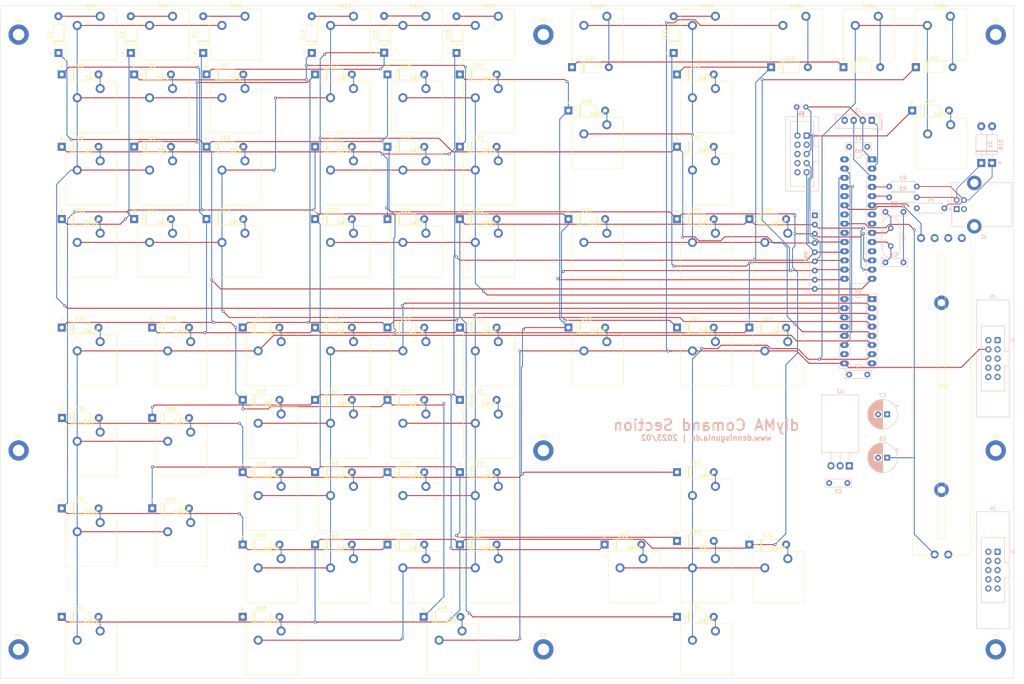
<source format=kicad_pcb>
(kicad_pcb (version 20221018) (generator pcbnew)
  (layers (0 "F.Cu" signal) (31 "B.Cu" signal) (34 "B.Paste" user) (35 "F.Paste" user) (36 "B.SilkS" user "B.Silkscreen") (37 "F.SilkS" user "F.Silkscreen") (38 "B.Mask" user) (39 "F.Mask" user) (44 "Edge.Cuts" user))
  (net 0 "")
  (net 1 "Net-(C3-Pad2)")
  (net 2 "MATRIX_1")
  (net 3 "MATRIX_2")
  (net 4 "MATRIX_A")
  (net 5 "Net-(D3-Pad2)")
  (net 6 "Net-(D4-Pad2)")
  (net 7 "Net-(D5-Pad2)")
  (net 8 "MATRIX_3")
  (net 9 "Net-(C4-Pad2)")
  (net 10 "Net-(D9-Pad2)")
  (net 11 "Net-(D10-Pad2)")
  (net 12 "+5VA")
  (net 13 "/#USB_D-")
  (net 14 "MATRIX_B")
  (net 15 "Net-(D15-Pad2)")
  (net 16 "MATRIX_7")
  (net 17 "MATRIX_8")
  (net 18 "ICSP_MOSI")
  (net 19 "Net-(D2-Pad2)")
  (net 20 "Net-(D7-Pad2)")
  (net 21 "Net-(D8-Pad2)")
  (net 22 "GND")
  (net 23 "+5V")
  (net 24 "ANALOG_1")
  (net 25 "ICSP_MISO")
  (net 26 "ICSP_SCK")
  (net 27 "/#USB_D+")
  (net 28 "Net-(D70-Pad2)")
  (net 29 "Net-(D6-Pad2)")
  (net 30 "Net-(D11-Pad2)")
  (net 31 "Net-(D12-Pad2)")
  (net 32 "Net-(D16-Pad2)")
  (net 33 "Net-(D17-Pad2)")
  (net 34 "Net-(D13-Pad2)")
  (net 35 "Net-(D14-Pad2)")
  (net 36 "MATRIX_C")
  (net 37 "Net-(D19-Pad2)")
  (net 38 "Net-(D20-Pad2)")
  (net 39 "Net-(D71-Pad2)")
  (net 41 "Net-(D21-Pad2)")
  (net 42 "Net-(D22-Pad2)")
  (net 43 "Net-(D23-Pad2)")
  (net 44 "Net-(D24-Pad2)")
  (net 45 "Net-(D25-Pad2)")
  (net 46 "Net-(D26-Pad2)")
  (net 47 "Net-(D27-Pad2)")
  (net 48 "Net-(D28-Pad2)")
  (net 49 "Net-(D29-Pad2)")
  (net 50 "Net-(D30-Pad2)")
  (net 51 "Net-(D31-Pad2)")
  (net 52 "Net-(D32-Pad2)")
  (net 53 "Net-(D33-Pad2)")
  (net 54 "Net-(D34-Pad2)")
  (net 55 "Net-(D35-Pad2)")
  (net 56 "Net-(D36-Pad2)")
  (net 57 "Net-(D37-Pad2)")
  (net 58 "Net-(D38-Pad2)")
  (net 59 "Net-(D39-Pad2)")
  (net 60 "Net-(D40-Pad2)")
  (net 61 "Net-(D41-Pad2)")
  (net 62 "Net-(D42-Pad2)")
  (net 63 "Net-(D43-Pad2)")
  (net 64 "Net-(D44-Pad2)")
  (net 65 "Net-(D45-Pad2)")
  (net 66 "Net-(D46-Pad2)")
  (net 67 "Net-(D47-Pad2)")
  (net 68 "Net-(D48-Pad2)")
  (net 69 "Net-(D49-Pad2)")
  (net 70 "Net-(D50-Pad2)")
  (net 71 "Net-(D51-Pad2)")
  (net 72 "Net-(D52-Pad2)")
  (net 73 "Net-(D53-Pad2)")
  (net 74 "Net-(D54-Pad2)")
  (net 75 "Net-(D55-Pad2)")
  (net 76 "Net-(D56-Pad2)")
  (net 77 "Net-(D57-Pad2)")
  (net 78 "Net-(D58-Pad2)")
  (net 79 "Net-(D59-Pad2)")
  (net 80 "Net-(D60-Pad2)")
  (net 81 "Net-(D61-Pad2)")
  (net 82 "Net-(D62-Pad2)")
  (net 83 "Net-(D63-Pad2)")
  (net 84 "Net-(D64-Pad2)")
  (net 85 "Net-(D65-Pad2)")
  (net 86 "Net-(D66-Pad2)")
  (net 87 "Net-(D67-Pad2)")
  (net 88 "Net-(D68-Pad2)")
  (net 89 "Net-(D69-Pad2)")
  (net 91 "~{RESET}")
  (net 92 "RS232_RX")
  (net 93 "RS232_TX")
  (net 94 "+12V")
  (net 95 "USB_INT{slash}SER")
  (net 96 "USB_D+")
  (net 97 "USB_D-")
  (net 98 "MATRIX_E")
  (net 99 "MATRIX_F")
  (net 100 "MATRIX_G")
  (net 101 "MATRIX_D")
  (net 102 "MATRIX_I")
  (net 103 "MATRIX_H")
  (net 104 "SER_CLK")
  (net 105 "SER_LATCH")
  (net 106 "SER_DATA")
  (net 107 "USB_INT")
  (net 110 "ANALOG_2")
  (footprint "Diode_THT:D_DO-41_SOD81_P10.16mm_Horizontal" (layer "F.Cu") (at 106.92 181)
    (fp_text reference "D58")
    (fp_text value "1N4001")
  )
  (footprint "Diode_THT:D_DO-41_SOD81_P10.16mm_Horizontal" (layer "F.Cu") (at 246.92 161)
    (fp_text reference "D70")
    (fp_text value "1N4001")
  )
  (footprint "cherrymx:SW_Cherry_MX_PCB_1.00u" (layer "F.Cu") (at 155 20)
    (fp_text reference "SW14")
    (fp_text value "Switch_SW_DPST")
  )
  (footprint "cherrymx:SW_Cherry_MX_PCB_1.00u" (layer "F.Cu") (at 85 80)
    (fp_text reference "SW11")
    (fp_text value "Switch_SW_DPST")
  )
  (footprint "cherrymx:SW_Cherry_MX_PCB_1.00u" (layer "F.Cu") (at 205 20)
    (fp_text reference "SW25")
    (fp_text value "Switch_SW_DPST")
  )
  (footprint "MountingHole:MountingHole_3.2mm_M3_DIN965_Pad" (layer "F.Cu") (at 315 135)
    (fp_text reference "H2")
    (fp_text value "MountingHole")
  )
  (footprint "cherrymx:SW_Cherry_MX_PCB_1.00u" (layer "F.Cu") (at 115 190)
    (fp_text reference "SW56")
    (fp_text value "Switch_SW_DPST")
  )
  (footprint "Diode_THT:D_DO-41_SOD81_P10.16mm_Horizontal" (layer "F.Cu") (at 226.92 181)
    (fp_text reference "D71")
    (fp_text value "1N4001")
  )
  (footprint "Diode_THT:D_DO-41_SOD81_P10.16mm_Horizontal" (layer "F.Cu") (at 106.92 141)
    (fp_text reference "D44")
    (fp_text value "1N4001")
  )
  (footprint "Diode_THT:D_DO-41_SOD81_P10.16mm_Horizontal" (layer "F.Cu") (at 106.92 101)
    (fp_text reference "D42")
    (fp_text value "1N4001")
  )
  (footprint "cherrymx:SW_Cherry_MX_PCB_1.00u" (layer "F.Cu") (at 175 150)
    (fp_text reference "SW54")
    (fp_text value "Switch_SW_DPST")
  )
  (footprint "cherrymx:SW_Cherry_MX_PCB_1.00u" (layer "F.Cu") (at 105 40)
    (fp_text reference "SW6")
    (fp_text value "Switch_SW_DPST")
  )
  (footprint "Diode_THT:D_DO-41_SOD81_P10.16mm_Horizontal" (layer "F.Cu") (at 126 25.08 90)
    (fp_text reference "D14")
    (fp_text value "1N4001")
  )
  (footprint "cherrymx:SW_Cherry_MX_PCB_1.00u" (layer "F.Cu") (at 175 110)
    (fp_text reference "SW52")
    (fp_text value "Switch_SW_DPST")
  )
  (footprint "cherrymx:SW_Cherry_MX_PCB_1.00u" (layer "F.Cu") (at 155 60)
    (fp_text reference "SW20")
    (fp_text value "Switch_SW_DPST")
  )
  (footprint "cherrymx:SW_Cherry_MX_PCB_1.00u" (layer "F.Cu") (at 105 80)
    (fp_text reference "SW12")
    (fp_text value "Switch_SW_DPST")
  )
  (footprint "cherrymx:SW_Cherry_MX_PCB_1.00u" (layer "F.Cu") (at 65 160)
    (fp_text reference "SW35")
    (fp_text value "Switch_SW_DPST")
  )
  (footprint "Diode_THT:D_DO-41_SOD81_P10.16mm_Horizontal" (layer "F.Cu") (at 126.92 51)
    (fp_text reference "D21")
    (fp_text value "1N4001")
  )
  (footprint "cherrymx:SW_Cherry_MX_PCB_1.00u" (layer "F.Cu") (at 135 60)
    (fp_text reference "SW19")
    (fp_text value "Switch_SW_DPST")
  )
  (footprint "Diode_THT:D_DO-41_SOD81_P10.16mm_Horizontal" (layer "F.Cu") (at 81.92 151)
    (fp_text reference "D40")
    (fp_text value "1N4001")
  )
  (footprint "cherrymx:SW_Cherry_MX_PCB_1.00u" (layer "F.Cu") (at 235 20)
    (fp_text reference "SW28")
    (fp_text value "Switch_SW_DPST")
  )
  (footprint "cherrymx:SW_Cherry_MX_PCB_1.00u" (layer "F.Cu") (at 205 50)
    (fp_text reference "SW26")
    (fp_text value "Switch_SW_DPST")
  )
  (footprint "cherrymx:SW_Cherry_MX_PCB_1.00u" (layer "F.Cu") (at 135 20)
    (fp_text reference "SW13")
    (fp_text value "Switch_SW_DPST")
  )
  (footprint "Diode_THT:D_DO-41_SOD81_P10.16mm_Horizontal" (layer "F.Cu") (at 206.92 161)
    (fp_text reference "D68")
    (fp_text value "1N4001")
  )
  (footprint "Diode_THT:D_DO-41_SOD81_P10.16mm_Horizontal" (layer "F.Cu") (at 126.92 31)
    (fp_text reference "D17")
    (fp_text value "1N4001")
  )
  (footprint "Diode_THT:D_DO-41_SOD81_P10.16mm_Horizontal" (layer "F.Cu") (at 166.92 141)
    (fp_text reference "D56")
    (fp_text value "1N4001")
  )
  (footprint "cherrymx:SW_Cherry_MX_PCB_1.00u" (layer "F.Cu") (at 255 80)
    (fp_text reference "SW32")
    (fp_text value "Switch_SW_DPST")
  )
  (footprint "cherrymx:SW_Cherry_MX_PCB_1.00u" (layer "F.Cu") (at 65 20)
    (fp_text reference "SW1")
    (fp_text value "Switch_SW_DPST")
  )
  (footprint "Diode_THT:D_DO-41_SOD81_P10.16mm_Horizontal" (layer "F.Cu") (at 126.92 161)
    (fp_text reference "D49")
    (fp_text value "1N4001")
  )
  (footprint "cherrymx:SW_Cherry_MX_PCB_1.00u" (layer "F.Cu") (at 105 20)
    (fp_text reference "SW3")
    (fp_text value "Switch_SW_DPST")
  )
  (footprint "Diode_THT:D_DO-41_SOD81_P10.16mm_Horizontal" (layer "F.Cu") (at 196.92 101)
    (fp_text reference "D60")
    (fp_text value "1N4001")
  )
  (footprint "cherrymx:SW_Cherry_MX_PCB_1.00u" (layer "F.Cu") (at 175 80)
    (fp_text reference "SW24")
    (fp_text value "Switch_SW_DPST")
  )
  (footprint "Diode_THT:D_DO-41_SOD81_P10.16mm_Horizontal" (layer "F.Cu") (at 196.92 71)
    (fp_text reference "D29")
    (fp_text value "1N4001")
  )
  (footprint "cherrymx:SW_Cherry_MX_PCB_1.00u" (layer "F.Cu") (at 255 110)
    (fp_text reference "SW60")
    (fp_text value "Switch_SW_DPST")
  )
  (footprint "Diode_THT:D_DO-41_SOD81_P10.16mm_Horizontal" (layer "F.Cu") (at 166.92 51)
    (fp_text reference "D23")
    (fp_text value "1N4001")
  )
  (footprint "Diode_THT:D_DO-41_SOD81_P10.16mm_Horizontal" (layer "F.Cu") (at 146.92 141)
    (fp_text reference "D52")
    (fp_text value "1N4001")
  )
  (footprint "cherrymx:SW_Cherry_MX_PCB_1.00u" (layer "F.Cu") (at 255 170)
    (fp_text reference "SW68")
    (fp_text value "Switch_SW_DPST")
  )
  (footprint "Diode_THT:D_DO-41_SOD81_P10.16mm_Horizontal" (layer "F.Cu") (at 226 25.08 90)
    (fp_text reference "D30")
    (fp_text value "1N4001")
  )
  (footprint "cherrymx:SW_Cherry_MX_PCB_1.00u" (layer "F.Cu") (at 235 190)
    (fp_text reference "SW69")
    (fp_text value "Switch_SW_DPST")
  )
  (footprint "MountingHole:MountingHole_3.2mm_M3_DIN965_Pad" (layer "F.Cu") (at 190 190)
    (fp_text reference "H5")
    (fp_text value "MountingHole")
  )
  (footprint "Diode_THT:D_DO-41_SOD81_P10.16mm_Horizontal" (layer "F.Cu") (at 197.92 29)
    (fp_text reference "D27")
    (fp_text value "1N4001")
  )
  (footprint "Diode_THT:D_DO-41_SOD81_P10.16mm_Horizontal" (layer "F.Cu") (at 226.92 31)
    (fp_text reference "D31")
    (fp_text value "1N4001")
  )
  (footprint "cherrymx:SW_Cherry_MX_PCB_2.00u" (layer "F.Cu") (at 165 190)
    (fp_text reference "SW57")
    (fp_text value "Switch_SW_DPST")
  )
  (footprint "Diode_THT:D_DO-41_SOD81_P10.16mm_Horizontal" (layer "F.Cu") (at 246.92 101)
    (fp_text reference "D62")
    (fp_text value "1N4001")
  )
  (footprint "cherrymx:SW_Cherry_MX_PCB_1.00u" (layer "F.Cu") (at 65 40)
    (fp_text reference "SW4")
    (fp_text value "Switch_SW_DPST")
  )
  (footprint "cherrymx:SW_Cherry_MX_PCB_1.00u" (layer "F.Cu") (at 155 170)
    (fp_text reference "SW51")
    (fp_text value "Switch_SW_DPST")
  )
  (footprint "cherrymx:SW_Cherry_MX_PCB_1.00u" (layer "F.Cu") (at 65 135)
    (fp_text reference "SW34")
    (fp_text value "Switch_SW_DPST")
  )
  (footprint "Diode_THT:D_DO-41_SOD81_P10.16mm_Horizontal" (layer "F.Cu") (at 291.92 41)
    (fp_text reference "D67")
    (fp_text value "1N4001")
  )
  (footprint "cherrymx:SW_Cherry_MX_PCB_1.00u" (layer "F.Cu") (at 215 170)
    (fp_text reference "SW66")
    (fp_text value "Switch_SW_DPST")
  )
  (footprint "Diode_THT:D_DO-41_SOD81_P10.16mm_Horizontal" (layer "F.Cu") (at 146.92 51)
    (fp_text reference "D22")
    (fp_text value "1N4001")
  )
  (footprint "cherrymx:SW_Cherry_MX_PCB_1.00u" (layer "F.Cu") (at 135 40)
    (fp_text reference "SW16")
    (fp_text value "Switch_SW_DPST")
  )
  (footprint "Diode_THT:D_DO-41_SOD81_P10.16mm_Horizontal" (layer "F.Cu") (at 76.92 51)
    (fp_text reference "D9")
    (fp_text value "1N4001")
  )
  (footprint "cherrymx:SW_Cherry_MX_PCB_1.00u" (layer "F.Cu") (at 135 80)
    (fp_text reference "SW22")
    (fp_text value "Switch_SW_DPST")
  )
  (footprint "cherrymx:SW_Cherry_MX_PCB_1.00u" (layer "F.Cu") (at 155 40)
    (fp_text reference "SW17")
    (fp_text value "Switch_SW_DPST")
  )
  (footprint "MountingHole:MountingHole_3.2mm_M3_DIN965_Pad" (layer "F.Cu") (at 190 135)
    (fp_text reference "H3")
    (fp_text value "MountingHole")
  )
  (footprint "cherrymx:SW_Cherry_MX_PCB_1.00u" (layer "F.Cu") (at 155 150)
    (fp_text reference "SW50")
    (fp_text value "Switch_SW_DPST")
  )
  (footprint "cherrymx:SW_Cherry_MX_PCB_1.00u" (layer "F.Cu") (at 115 150)
    (fp_text reference "SW42")
    (fp_text value "Switch_SW_DPST")
  )
  (footprint "cherrymx:SW_Cherry_MX_PCB_1.00u" (layer "F.Cu") (at 300 50)
    (fp_text reference "SW65")
    (fp_text value "Switch_SW_DPST")
  )
  (footprint "Diode_THT:D_DO-41_SOD81_P10.16mm_Horizontal" (layer "F.Cu") (at 226.92 160)
    (fp_text reference "D69")
    (fp_text value "1N4001")
  )
  (footprint "cherrymx:SW_Cherry_MX_PCB_1.00u" (layer "F.Cu") (at 65 110)
    (fp_text reference "SW33")
    (fp_text value "Switch_SW_DPST")
  )
  (footprint "Diode_THT:D_DO-41_SOD81_P10.16mm_Horizontal" (layer "F.Cu") (at 76.92 31)
    (fp_text reference "D6")
    (fp_text value "1N4001")
  )
  (footprint "cherrymx:SW_Cherry_MX_PCB_1.00u" (layer "F.Cu") (at 175 130)
    (fp_text reference "SW53")
    (fp_text value "Switch_SW_DPST")
  )
  (footprint "cherrymx:SW_Cherry_MX_PCB_1.00u" (layer "F.Cu") (at 155 80)
    (fp_text reference "SW23")
    (fp_text value "Switch_SW_DPST")
  )
  (footprint "Diode_THT:D_DO-41_SOD81_P10.16mm_Horizontal" (layer "F.Cu") (at 156.92 181)
    (fp_text reference "D59")
    (fp_text value "1N4001")
  )
  (footprint "Diode_THT:D_DO-41_SOD81_P10.16mm_Horizontal" (layer "F.Cu") (at 96.92 71)
    (fp_text reference "D13")
    (fp_text value "1N4001")
  )
  (footprint "cherrymx:SW_Cherry_MX_PCB_1.00u" (layer "F.Cu") (at 205 110)
    (fp_text reference "SW58")
    (fp_text value "Switch_SW_DPST")
  )
  (footprint "cherrymx:SW_Cherry_MX_PCB_1.00u" (layer "F.Cu") (at 235 40)
    (fp_text reference "SW29")
    (fp_text value "Switch_SW_DPST")
  )
  (footprint "cherrymx:SW_Cherry_MX_PCB_1.00u" (layer "F.Cu") (at 90 110)
    (fp_text reference "SW36")
    (fp_text value "Switch_SW_DPST")
  )
  (footprint "cherrymx:SW_Cherry_MX_PCB_1.00u" (layer "F.Cu") (at 155 130)
    (fp_text reference "SW49")
    (fp_text value "Switch_SW_DPST")
  )
  (footprint "cherrymx:SW_Cherry_MX_PCB_1.00u" (layer "F.Cu") (at 135 130)
    (fp_text reference "SW45")
    (fp_text value "Switch_SW_DPST")
  )
  (footprint "Diode_THT:D_DO-41_SOD81_P10.16mm_Horizontal" (layer "F.Cu") (at 146.92 121)
    (fp_text reference "D51")
    (fp_text value "1N4001")
  )
  (footprint "cherrymx:SW_Cherry_MX_PCB_1.00u" (layer "F.Cu") (at 90 135)
    (fp_text reference "SW37")
    (fp_text value "Switch_SW_DPST")
  )
  (footprint "Diode_THT:D_DO-41_SOD81_P10.16mm_Horizontal" (layer "F.Cu") (at 56.92 51)
    (fp_text reference "D8")
    (fp_text value "1N4001")
  )
  (footprint "cherrymx:SW_Cherry_MX_PCB_1.00u" (layer "F.Cu") (at 105 60)
    (fp_text reference "SW9")
    (fp_text value "Switch_SW_DPST")
  )
  (footprint "cherrymx:SW_Cherry_MX_PCB_1.00u" (layer "F.Cu") (at 175 170)
    (fp_text reference "SW55")
    (fp_text value "Switch_SW_DPST")
  )
  (footprint "Diode_THT:D_DO-41_SOD81_P10.16mm_Horizontal" (layer "F.Cu") (at 106.92 161)
    (fp_text reference "D45")
    (fp_text value "1N4001")
  )
  (footprint "Diode_THT:D_DO-41_SOD81_P10.16mm_Horizontal" (layer "F.Cu") (at 252.92 29)
    (fp_text reference "D63")
    (fp_text value "1N4001")
  )
  (footprint "Diode_THT:D_DO-41_SOD81_P10.16mm_Horizontal" (layer "F.Cu") (at 126.92 121)
    (fp_text reference "D47")
    (fp_text value "1N4001")
  )
  (footprint "Diode_THT:D_DO-41_SOD81_P10.16mm_Horizontal" (layer "F.Cu") (at 56.92 31)
    (fp_text reference "D5")
    (fp_text value "1N4001")
  )
  (footprint "Diode_THT:D_DO-41_SOD81_P10.16mm_Horizontal" (layer "F.Cu") (at 146.92 161)
    (fp_text reference "D53")
    (fp_text value "1N4001")
  )
  (footprint "cherrymx:SW_Cherry_MX_PCB_1.00u" (layer "F.Cu") (at 175 20)
    (fp_text reference "SW15")
    (fp_text value "Switch_SW_DPST")
  )
  (footprint "Diode_THT:D_DO-41_SOD81_P10.16mm_Horizontal" (layer "F.Cu") (at 96.92 31)
    (fp_text reference "D7")
    (fp_text value "1N4001")
  )
  (footprint "Diode_THT:D_DO-41_SOD81_P10.16mm_Horizontal" (layer "F.Cu") (at 166.92 71)
    (fp_text reference "D26")
    (fp_text value "1N4001")
  )
  (footprint "cherrymx:SW_Cherry_MX_PCB_1.00u" (layer "F.Cu") (at 235 150)
    (fp_text reference "SW63")
    (fp_text value "Switch_SW_DPST")
  )
  (footprint "cherrymx:SW_Cherry_MX_PCB_1.00u" (layer "F.Cu") (at 85 60)
    (fp_text reference "SW8")
    (fp_text value "Switch_SW_DPST")
  )
  (footprint "cherrymx:SW_Cherry_MX_PCB_1.00u" (layer "F.Cu") (at 175 40)
    (fp_text reference "SW18")
    (fp_text value "Switch_SW_DPST")
  )
  (footprint "MountingHole:MountingHole_3.2mm_M3_DIN965_Pad" (layer "F.Cu") (at 190 20)
    (fp_text reference "H2")
    (fp_text value "MountingHole")
  )
  (footprint "Diode_THT:D_DO-41_SOD81_P10.16mm_Horizontal" (layer "F.Cu") (at 226.92 51)
    (fp_text reference "D32")
    (fp_text value "1N4001")
  )
  (footprint "MountingHole:MountingHole_3.2mm_M3_DIN965_Pad" (layer "F.Cu") (at 45 135)
    (fp_text reference "H1")
    (fp_text value "MountingHole")
  )
  (footprint "Diode_THT:D_DO-41_SOD81_P10.16mm_Horizontal" (layer "F.Cu") (at 56.92 181)
    (fp_text reference "D41")
    (fp_text value "1N4001")
  )
  (footprint "cherrymx:SW_Cherry_MX_PCB_1.00u" (layer "F.Cu") (at 280 20)
    (fp_text reference "SW62")
    (fp_text value "Switch_SW_DPST")
  )
  (footprint "cherrymx:SW_Cherry_MX_PCB_1.00u" (layer "F.Cu") (at 135 170)
    (fp_text reference "SW47")
    (fp_text value "Switch_SW_DPST")
  )
  (footprint "Diode_THT:D_DO-41_SOD81_P10.16mm_Horizontal" (layer "F.Cu") (at 292.92 29)
    (fp_text reference "D66")
    (fp_text value "1N4001")
  )
  (footprint "MountingHole:MountingHole_3.2mm_M3_DIN965_Pad" (layer "F.Cu") (at 45 20)
    (fp_text reference "H4")
    (fp_text value "MountingHole")
  )
  (footprint "Diode_THT:D_DO-41_SOD81_P10.16mm_Horizontal" (layer "F.Cu") (at 196.92 41)
    (fp_text reference "D28")
    (fp_text value "1N4001")
  )
  (footprint "cherrymx:SW_Cherry_MX_PCB_1.00u" (layer "F.Cu") (at 260 20)
    (fp_text reference "SW61")
    (fp_text value "Switch_SW_DPST")
  )
  (footprint "Diode_THT:D_DO-41_SOD81_P10.16mm_Horizontal" (layer "F.Cu") (at 166.92 161)
    (fp_text reference "D57")
    (fp_text value "1N4001")
  )
  (footprint "Diode_THT:D_DO-41_SOD81_P10.16mm_Horizontal" (layer "F.Cu") (at 126.92 101)
    (fp_text reference "D46")
    (fp_text value "1N4001")
  )
  (footprint "Diode_THT:D_DO-41_SOD81_P10.16mm_Horizontal" (layer "F.Cu") (at 272.92 29)
    (fp_text reference "D64")
    (fp_text value "1N4001")
  )
  (footprint "Diode_THT:D_DO-41_SOD81_P10.16mm_Horizontal" (layer "F.Cu") (at 96 25.08 90)
    (fp_text reference "D4")
    (fp_text value "1N4001")
  )
  (footprint "cherrymx:SW_Cherry_MX_PCB_1.00u" (layer "F.Cu") (at 115 170)
    (fp_text reference "SW43")
    (fp_text value "Switch_SW_DPST")
  )
  (footprint "Diode_THT:D_DO-41_SOD81_P10.16mm_Horizontal" (layer "F.Cu") (at 226.92 141)
    (fp_text reference "D65")
    (fp_text value "1N4001")
  )
  (footprint "Diode_THT:D_DO-41_SOD81_P10.16mm_Horizontal" (layer "F.Cu") (at 126.92 71)
    (fp_text reference "D24")
    (fp_text value "1N4001")
  )
  (footprint "cherrymx:SW_Cherry_MX_PCB_1.00u" (layer "F.Cu") (at 205 80)
    (fp_text reference "SW27")
    (fp_text value "Switch_SW_DPST")
  )
  (footprint "Diode_THT:D_DO-41_SOD81_P10.16mm_Horizontal" (layer "F.Cu") (at 56.92 101)
    (fp_text reference "D35")
    (fp_text value "1N4001")
  )
  (footprint "cherrymx:SW_Cherry_MX_PCB_1.00u" (layer "F.Cu") (at 115 110)
    (fp_text reference "SW40")
    (fp_text value "Switch_SW_DPST")
  )
  (footprint "MountingHole:MountingHole_3.2mm_M3_DIN965_Pad" (layer "F.Cu") (at 45 190)
    (fp_text reference "H6")
    (fp_text value "MountingHole")
  )
  (footprint "Diode_THT:D_DO-41_SOD81_P10.16mm_Horizontal" (layer "F.Cu") (at 106.92 121)
    (fp_text reference "D43")
    (fp_text value "1N4001")
  )
  (footprint "Diode_THT:D_DO-41_SOD81_P10.16mm_Horizontal" (layer "F.Cu") (at 76.92 71)
    (fp_text reference "D12")
    (fp_text value "1N4001")
  )
  (footprint "cherrymx:SW_Cherry_MX_PCB_1.00u" (layer "F.Cu") (at 235 80)
    (fp_text reference "SW31")
    (fp_text value "Switch_SW_DPST")
  )
  (footprint "MountingHole:MountingHole_3.2mm_M3_DIN965_Pad" (layer "F.Cu") (at 315 190)
    (fp_text reference "H2")
    (fp_text value "MountingHole")
  )
  (footprint "cherrymx:SW_Cherry_MX_PCB_1.00u" (layer "F.Cu") (at 299.92 20)
    (fp_text reference "SW64")
    (fp_text value "Switch_SW_DPST")
  )
  (footprint "Diode_THT:D_DO-41_SOD81_P10.16mm_Horizontal" (layer "F.Cu") (at 166.92 31)
    (fp_text reference "D20")
    (fp_text value "1N4001")
  )
  (footprint "MountingHole:MountingHole_3.2mm_M3_DIN965_Pad" (layer "F.Cu") (at 315 20)
    (fp_text reference "H2")
    (fp_text value "MountingHole")
  )
  (footprint "Diode_THT:D_DO-41_SOD81_P10.16mm_Horizontal" (layer "F.Cu") (at 226.92 71)
    (fp_text reference "D33")
    (fp_text value "1N4001")
  )
  (footprint "Diode_THT:D_DO-41_SOD81_P10.16mm_Horizontal" (layer "F.Cu") (at 246.92 71)
    (fp_text reference "D34")
    (fp_text value "1N4001")
  )
  (footprint "Diode_THT:D_DO-41_SOD81_P10.16mm_Horizontal" (layer "F.Cu") (at 166.92 121)
    (fp_text reference "D55")
    (fp_text value "1N4001")
  )
  (footprint "cherrymx:SW_Cherry_MX_PCB_1.00u" (layer "F.Cu") (at 65 80)
    (fp_text reference "SW10")
    (fp_text value "Switch_SW_DPST")
  )
  (footprint "Diode_THT:D_DO-41_SOD81_P10.16mm_Horizontal" (layer "F.Cu") (at 56 25.08 90)
    (fp_text reference "D2")
    (fp_text value "1N4001")
  )
  (footprint "Diode_THT:D_DO-41_SOD81_P10.16mm_Horizontal" (layer "F.Cu") (at 146 25 90)
    (fp_text reference "D15")
    (fp_text value "1N4001")
  )
  (footprint "Diode_THT:D_DO-41_SOD81_P10.16mm_Horizontal" (layer "F.Cu") (at 57 126)
    (fp_text reference "D36")
    (fp_text value "1N4001")
  )
  (footprint "Diode_THT:D_DO-41_SOD81_P10.16mm_Horizontal" (layer "F.Cu") (at 96.92 51)
    (fp_text reference "D10")
    (fp_text value "1N4001")
  )
  (footprint "cherrymx:SW_Cherry_MX_PCB_1.00u" (layer "F.Cu") (at 65 60)
    (fp_text reference "SW7")
    (fp_text value "Switch_SW_DPST")
  )
  (footprint "cherrymx:SW_Cherry_MX_PCB_1.00u" (layer "F.Cu") (at 90 160)
    (fp_text reference "SW38")
    (fp_text value "Switch_SW_DPST")
  )
  (footprint "Diode_THT:D_DO-41_SOD81_P10.16mm_Horizontal" (layer "F.Cu") (at 146.92 101)
    (fp_text reference "D50")
    (fp_text value "1N4001")
  )
  (footprint "Diode_THT:D_DO-41_SOD81_P10.16mm_Horizontal" (layer "F.Cu") (at 146.92 31)
    (fp_text reference "D19")
    (fp_text value "1N4001")
  )
  (footprint "cherrymx:SW_Cherry_MX_PCB_1.00u" (layer "F.Cu") (at 235 60)
    (fp_text reference "SW30")
    (fp_text value "Switch_SW_DPST")
  )
  (footprint "cherrymx:SW_Cherry_MX_PCB_1.00u" (layer "F.Cu") (at 175 60)
    (fp_text reference "SW21")
    (fp_text value "Switch_SW_DPST")
  )
  (footprint "Diode_THT:D_DO-41_SOD81_P10.16mm_Horizontal" (layer "F.Cu") (at 81.92 101)
    (fp_text reference "D38")
    (fp_text value "1N4001")
  )
  (footprint "Diode_THT:D_DO-41_SOD81_P10.16mm_Horizontal" (layer "F.Cu") (at 126.92 141)
    (fp_text reference "D48")
    (fp_text value "1N4001")
  )
  (footprint "cherrymx:SW_Cherry_MX_PCB_1.00u" (layer "F.Cu") (at 235 170)
    (fp_text reference "SW67")
    (fp_text value "Switch_SW_DPST")
  )
  (footprint "Diode_THT:D_DO-41_SOD81_P10.16mm_Horizontal" (layer "F.Cu") (at 76 25.08 90)
    (fp_text reference "D3")
    (fp_text value "1N4001")
  )
  (footprint "Diode_THT:D_DO-41_SOD81_P10.16mm_Horizontal" (layer "F.Cu") (at 166.92 101)
    (fp_text reference "D54")
    (fp_text value "1N4001")
  )
  (footprint "Diode_THT:D_DO-41_SOD81_P10.16mm_Horizontal" (layer "F.Cu") (at 56.92 71)
    (fp_text reference "D11")
    (fp_text value "1N4001")
  )
  (footprint "Diode_THT:D_DO-41_SOD81_P10.16mm_Horizontal" (layer "F.Cu") (at 56.92 151)
    (fp_text reference "D37")
    (fp_text value "1N4001")
  )
  (footprint "cherrymx:SW_Cherry_MX_PCB_1.00u" (layer "F.Cu") (at 135 150)
    (fp_text reference "SW46")
    (fp_text value "Switch_SW_DPST")
  )
  (footprint "cherrymx:SW_Cherry_MX_PCB_1.00u" (layer "F.Cu") (at 115 130)
    (fp_text reference "SW41")
    (fp_text value "Switch_SW_DPST")
  )
  (footprint "cherrymx:SW_Cherry_MX_PCB_1.00u" (layer "F.Cu") (at 85 40)
    (fp_text reference "SW5")
    (fp_text value "Switch_SW_DPST")
  )
  (footprint "Diode_THT:D_DO-41_SOD81_P10.16mm_Horizontal" (layer "F.Cu") (at 146.92 71)
    (fp_text reference "D25")
    (fp_text value "1N4001")
  )
  (footprint "Diode_THT:D_DO-41_SOD81_P10.16mm_Horizontal" (layer "F.Cu") (at 226.92 101)
    (fp_text reference "D61")
    (fp_text value "1N4001")
  )
  (footprint "w_conn_av:RS60N12-LIN10K" (layer "F.Cu") (at 300 120)
    (fp_text reference "RV1")
    (fp_text value "10K LIN")
  )
  (footprint "cherrymx:SW_Cherry_MX_PCB_1.00u" (layer "F.Cu") (at 135 110)
    (fp_text reference "SW44")
    (fp_text value "Switch_SW_DPST")
  )
  (footprint "Diode_THT:D_DO-41_SOD81_P10.16mm_Horizontal" (layer "F.Cu") (at 81.92 126)
    (fp_text reference "D39")
    (fp_text value "1N4001")
  )
  (footprint "cherrymx:SW_Cherry_MX_PCB_1.00u" (layer "F.Cu") (at 65 190)
    (fp_text reference "SW39")
    (fp_text value "Switch_SW_DPST")
  )
  (footprint "cherrymx:SW_Cherry_MX_PCB_1.00u" (layer "F.Cu") (at 155 110)
    (fp_text reference "SW48")
    (fp_text value "Switch_SW_DPST")
  )
  (footprint "Diode_THT:D_DO-41_SOD81_P10.16mm_Horizontal" (layer "F.Cu") (at 166 25.08 90)
    (fp_text reference "D16")
    (fp_text value "1N4001")
  )
  (footprint "cherrymx:SW_Cherry_MX_PCB_1.00u" (layer "F.Cu") (at 235 110)
    (fp_text reference "SW59")
    (fp_text value "Switch_SW_DPST")
  )
  (footprint "cherrymx:SW_Cherry_MX_PCB_1.00u" (layer "F.Cu") (at 85 20)
    (fp_text reference "SW2")
    (fp_text value "Switch_SW_DPST")
  )
  (footprint "Connector_IDC:IDC-Header_2x05_P2.54mm_Latch_Vertical" (layer "B.Cu") (at 315.5 163 180)
    (fp_text reference "J4")
    (fp_text value "Conn_02x05_Odd_Even")
  )
  (footprint "Connector_IDC:IDC-Header_2x05_P2.54mm_Latch_Vertical" (layer "B.Cu") (at 315.5 104.5 180)
    (fp_text reference "J5")
    (fp_text value "Conn_02x05_Odd_Even")
  )
  (footprint "Diode_THT:D_DO-41_SOD81_P10.16mm_Horizontal" (layer "B.Cu") (at 314 55.5 90)
    (fp_text reference "D18")
    (fp_text value "3V6")
  )
  (footprint "Connector_USB:USB_B_Lumberg_2411_02_Horizontal" (layer "B.Cu") (at 304.2125 68.25)
    (fp_text reference "J1")
    (fp_text value "USB_B")
  )
  (footprint "Resistor_THT:R_Axial_DIN0204_L3.6mm_D1.6mm_P2.54mm_Vertical" (layer "B.Cu") (at 260 40)
    (fp_text reference "R4")
    (fp_text value "10k")
  )
  (footprint "Capacitor_THT:C_Rect_L7.0mm_W2.0mm_P5.00mm" (layer "B.Cu") (at 279.5 51 180)
    (fp_text reference "C1")
    (fp_text value "100nF")
  )
  (footprint "Connector_IDC:IDC-Header_2x05_P2.54mm_Vertical" (layer "B.Cu") (at 262.7525 47.92 180)
    (fp_text reference "J2")
    (fp_text value "Conn_02x05_Odd_Even")
  )
  (footprint "Resistor_THT:R_Axial_DIN0207_L6.3mm_D2.5mm_P7.62mm_Horizontal" (layer "B.Cu") (at 293.19 65 180)
    (fp_text reference "R3")
    (fp_text value "68")
  )
  (footprint "Capacitor_THT:CP_Radial_D8.0mm_P2.50mm" (layer "B.Cu") (at 285 137 180)
    (fp_text reference "C6")
    (fp_text value "100uF")
  )
  (footprint "Crystal:Crystal_HC18-U_Vertical" (layer "B.Cu") (at 286 78.45 90)
    (fp_text reference "Y1")
    (fp_text value "16MHz")
  )
  (footprint "Resistor_THT:R_Axial_DIN0207_L6.3mm_D2.5mm_P7.62mm_Horizontal" (layer "B.Cu") (at 300.81 68 180)
    (fp_text reference "R1")
    (fp_text value "2k2")
  )
  (footprint "Diode_THT:D_DO-41_SOD81_P10.16mm_Horizontal" (layer "B.Cu") (at 311 55.5 90)
    (fp_text reference "D1")
    (fp_text value "3V6")
  )
  (footprint "Capacitor_THT:C_Rect_L7.0mm_W2.0mm_P5.00mm" (layer "B.Cu") (at 289.5 69 180)
    (fp_text reference "C3")
    (fp_text value "33pF")
  )
  (footprint "Package_TO_SOT_THT:TO-220-3_Horizontal_TabDown" (layer "B.Cu") (at 274.54 139.23 180)
    (fp_text reference "U2")
    (fp_text value "L7805")
  )
  (footprint "Connector_JST:JST_EH_B4B-EH-A_1x04_P2.50mm_Vertical" (layer "B.Cu") (at 280.75 43.7 180)
    (fp_text reference "J3")
    (fp_text value "Conn_01x04_Male")
  )
  (footprint "Resistor_THT:R_Array_SIP9" (layer "B.Cu") (at 265 70 -90)
    (fp_text reference "RN1")
    (fp_text value "R_Network08")
  )
  (footprint "Package_DIP:DIP-28_W7.62mm_LongPads" (layer "B.Cu") (at 280.825 54.5 180)
    (fp_text reference "U3")
    (fp_text value "ATmega8-16P")
  )
  (footprint "Capacitor_THT:CP_Radial_D8.0mm_P2.50mm" (layer "B.Cu") (at 285 125 180)
    (fp_text reference "C7")
    (fp_text value "100uF")
  )
  (footprint "Resistor_THT:R_Axial_DIN0207_L6.3mm_D2.5mm_P7.62mm_Horizontal" (layer "B.Cu") (at 293.19 62 180)
    (fp_text reference "R2")
    (fp_text value "68")
  )
  (footprint "Capacitor_THT:C_Rect_L7.0mm_W2.0mm_P5.00mm" (layer "B.Cu") (at 279.5 114 180)
    (fp_text reference "C2")
    (fp_text value "100nF")
  )
  (footprint "Package_DIP:DIP-16_W7.62mm_Socket_LongPads" (layer "B.Cu") (at 280.8 93.125 180)
    (fp_text reference "U1")
    (fp_text value "74HC595")
  )
  (footprint "Capacitor_THT:C_Rect_L7.0mm_W2.0mm_P5.00mm" (layer "B.Cu") (at 269 144)
    (fp_text reference "C5")
    (fp_text value "100nF")
  )
  (footprint "Capacitor_THT:C_Rect_L7.0mm_W2.0mm_P5.00mm" (layer "B.Cu") (at 289.5 83 180)
    (fp_text reference "C4")
    (fp_text value "33pF")
  )
  (gr_rect (start 40 12) (end 320 198) (stroke (width 0.1)) (fill none) (layer "Edge.Cuts"))
  (gr_text "diyMA Comand Section" (at 235 128) (layer "B.SilkS") (effects (font (size 3 3) (thickness 0.5)) (justify mirror)))
  (gr_text "www.dennisgunia.de | 2023/02" (at 235 131.5) (layer "B.SilkS") (effects (font (size 1.5 1.5) (thickness 0.3)) (justify mirror)))
  (segment (start 284.73 74.82) (end 286 73.55) (width 0.25) (layer "F.Cu") (net 1))
  (segment (start 280.825 74.82) (end 284.73 74.82) (width 0.25) (layer "F.Cu") (net 1))
  (segment (start 286 70.5) (end 284.5 69) (width 0.25) (layer "B.Cu") (net 1))
  (segment (start 286 73.55) (end 286 70.5) (width 0.25) (layer "B.Cu") (net 1))
  (segment (start 98.924511 99.575489) (end 103.575489 99.575489) (width 0.25) (layer "F.Cu") (net 2))
  (segment (start 148.344511 122.424511) (end 146.92 121) (width 0.25) (layer "F.Cu") (net 2))
  (segment (start 100.82 90.32) (end 98.344511 87.844511) (width 0.25) (layer "F.Cu") (net 2))
  (segment (start 199.344511 27.575489) (end 197.92 29) (width 0.25) (layer "F.Cu") (net 2))
  (segment (start 278.025 90.32) (end 280.825 87.52) (width 0.25) (layer "F.Cu") (net 2))
  (segment (start 94.92 49) (end 96.92 51) (width 0.25) (layer "F.Cu") (net 2))
  (segment (start 103.575489 99.575489) (end 105 101) (width 0.25) (layer "F.Cu") (net 2))
  (segment (start 114 123.5) (end 107 123.5) (width 0.25) (layer "F.Cu") (net 2))
  (segment (start 271.495489 27.575489) (end 199.344511 27.575489) (width 0.25) (layer "F.Cu") (net 2))
  (segment (start 265 90.32) (end 278.025 90.32) (width 0.25) (layer "F.Cu") (net 2))
  (segment (start 58.344511 99.575489) (end 98.924511 99.575489) (width 0.25) (layer "F.Cu") (net 2))
  (segment (start 114.625969 122.874031) (end 114.5 123) (width 0.25) (layer "F.Cu") (net 2))
  (segment (start 265 90.32) (end 100.82 90.32) (width 0.25) (layer "F.Cu") (net 2))
  (segment (start 146.92 121) (end 145.045969 122.874031) (width 0.25) (layer "F.Cu") (net 2))
  (segment (start 145.045969 122.874031) (end 114.625969 122.874031) (width 0.25) (layer "F.Cu") (net 2))
  (segment (start 162.075489 122.424511) (end 148.344511 122.424511) (width 0.25) (layer "F.Cu") (net 2))
  (segment (start 96.92 51) (end 98.344511 49.575489) (width 0.25) (layer "F.Cu") (net 2))
  (segment (start 98.344511 49.575489) (end 145.301873 49.575489) (width 0.25) (layer "F.Cu") (net 2))
  (segment (start 59.5 49) (end 94.92 49) (width 0.25) (layer "F.Cu") (net 2))
  (segment (start 162.5 122) (end 162.075489 122.424511) (width 0.25) (layer "F.Cu") (net 2))
  (segment (start 272.92 29) (end 271.495489 27.575489) (width 0.25) (layer "F.Cu") (net 2))
  (segment (start 56.92 101) (end 58.344511 99.575489) (width 0.25) (layer "F.Cu") (net 2))
  (segment (start 114.5 123) (end 114 123.5) (width 0.25) (layer "F.Cu") (net 2))
  (segment (start 145.301873 49.575489) (end 145.445494 49.431868) (width 0.25) (layer "F.Cu") (net 2))
  (via (at 145.445494 49.431868) (size 0.8) (drill 0.4) (layers "F.Cu" "B.Cu") (net 2))
  (via (at 98.924511 99.575489) (size 0.8) (drill 0.4) (layers "F.Cu" "B.Cu") (net 2))
  (via (at 162.5 122) (size 0.8) (drill 0.4) (layers "F.Cu" "B.Cu") (net 2))
  (via (at 98.344511 87.844511) (size 0.8) (drill 0.4) (layers "F.Cu" "B.Cu") (net 2))
  (via (at 105 101) (size 0.8) (drill 0.4) (layers "F.Cu" "B.Cu") (net 2))
  (via (at 59.5 49) (size 0.8) (drill 0.4) (layers "F.Cu" "B.Cu") (net 2))
  (via (at 107 123.5) (size 0.8) (drill 0.4) (layers "F.Cu" "B.Cu") (net 2))
  (segment (start 105 101) (end 105 119.08) (width 0.25) (layer "B.Cu") (net 2))
  (segment (start 98.344511 98.995489) (end 98.924511 99.575489) (width 0.25) (layer "B.Cu") (net 2))
  (segment (start 145.445494 49.431868) (end 146.92 47.957362) (width 0.25) (layer "B.Cu") (net 2))
  (segment (start 146.92 47.957362) (end 146.92 31) (width 0.25) (layer "B.Cu") (net 2))
  (segment (start 156.92 181) (end 162.5 175.42) (width 0.25) (layer "B.Cu") (net 2))
  (segment (start 107 123.5) (end 106.92 123.42) (width 0.25) (layer "B.Cu") (net 2))
  (segment (start 105 119.08) (end 106.92 121) (width 0.25) (layer "B.Cu") (net 2))
  (segment (start 58.344511 47.844511) (end 59.5 49) (width 0.25) (layer "B.Cu") (net 2))
  (segment (start 98.344511 52.424511) (end 98.344511 87.844511) (width 0.25) (layer "B.Cu") (net 2))
  (segment (start 98.344511 87.844511) (end 98.344511 98.995489) (width 0.25) (layer "B.Cu") (net 2))
  (segment (start 56 25.08) (end 58.344511 27.424511) (width 0.25) (layer "B.Cu") (net 2))
  (segment (start 58.344511 27.424511) (end 58.344511 47.844511) (width 0.25) (layer "B.Cu") (net 2))
  (segment (start 96.92 51) (end 98.344511 52.424511) (width 0.25) (layer "B.Cu") (net 2))
  (segment (start 162.5 175.42) (end 162.5 122) (width 0.25) (layer "B.Cu") (net 2))
  (segment (start 106.92 123.42) (end 106.92 121) (width 0.25) (layer "B.Cu") (net 2))
  (segment (start 58.344511 72.424511) (end 56.92 71) (width 0.25) (layer "F.Cu") (net 3))
  (segment (start 265 87.78) (end 194.28 87.78) (width 0.25) (layer "F.Cu") (net 3))
  (segment (start 272.945 87.78) (end 273.205 87.52) (width 0.25) (layer "F.Cu") (net 3))
  (segment (start 183.299989 142.424511) (end 184.2245 141.5) (width 0.25) (layer "F.Cu") (net 3))
  (segment (start 145.495489 142.424511) (end 108.344511 142.424511) (width 0.25) (layer "F.Cu") (net 3))
  (segment (start 146.92 141) (end 148.344511 142.424511) (width 0.25) (layer "F.Cu") (net 3))
  (segment (start 73.075489 72.424511) (end 58.344511 72.424511) (width 0.25) (layer "F.Cu") (net 3))
  (segment (start 265 87.78) (end 272.945 87.78) (width 0.25) (layer "F.Cu") (net 3))
  (segment (start 74.5 71) (end 73.075489 72.424511) (width 0.25) (layer "F.Cu") (net 3))
  (segment (start 148.344511 142.424511) (end 183.299989 142.424511) (width 0.25) (layer "F.Cu") (net 3))
  (segment (start 195.924511 32.424511) (end 196.5 33) (width 0.25) (layer "F.Cu") (net 3))
  (segment (start 168.344511 32.424511) (end 195.924511 32.424511) (width 0.25) (layer "F.Cu") (net 3))
  (segment (start 146.92 141) (end 145.495489 142.424511) (width 0.25) (layer "F.Cu") (net 3))
  (segment (start 226.92 141) (end 184.7245 141) (width 0.25) (layer "F.Cu") (net 3))
  (segment (start 194.28 87.78) (end 194 87.5) (width 0.25) (layer "F.Cu") (net 3))
  (segment (start 184.7245 141) (end 184.2245 141.5) (width 0.25) (layer "F.Cu") (net 3))
  (segment (start 166.92 31) (end 168.344511 32.424511) (width 0.25) (layer "F.Cu") (net 3))
  (segment (start 185 101) (end 196.92 101) (width 0.25) (layer "F.Cu") (net 3))
  (segment (start 184.5 101.5) (end 185 101) (width 0.25) (layer "F.Cu") (net 3))
  (segment (start 58.5 127.5) (end 106 127.5) (width 0.25) (layer "F.Cu") (net 3))
  (segment (start 57 126) (end 58.5 127.5) (width 0.25) (layer "F.Cu") (net 3))
  (segment (start 108.344511 142.424511) (end 106.92 141) (width 0.25) (layer "F.Cu") (net 3))
  (via (at 196.5 33) (size 0.8) (drill 0.4) (layers "F.Cu" "B.Cu") (net 3))
  (via (at 194 87.5) (size 0.8) (drill 0.4) (layers "F.Cu" "B.Cu") (net 3))
  (via (at 184.5 101.5) (size 0.8) (drill 0.4) (layers "F.Cu" "B.Cu") (net 3))
  (via (at 74.5 71) (size 0.8) (drill 0.4) (layers "F.Cu" "B.Cu") (net 3))
  (via (at 106 127.5) (size 0.8) (drill 0.4) (layers "F.Cu" "B.Cu") (net 3))
  (via (at 184.2245 141.5) (size 0.8) (drill 0.4) (layers "F.Cu" "B.Cu") (net 3))
  (segment (start 183.94952 141.22502) (end 183.94952 112) (width 0.25) (layer "B.Cu") (net 3))
  (segment (start 194.5 87) (end 194.5 43.42) (width 0.25) (layer "B.Cu") (net 3))
  (segment (start 196.5 33) (end 196.92 33.42) (width 0.25) (layer "B.Cu") (net 3))
  (segment (start 75.495489 70.004511) (end 74.5 71) (width 0.25) (layer "B.Cu") (net 3))
  (segment (start 76 25.08) (end 75.495489 25.584511) (width 0.25) (layer "B.Cu") (net 3))
  (segment (start 194.5 98.58) (end 194.5 87) (width 0.25) (layer "B.Cu") (net 3))
  (segment (start 184.224511 101.775489) (end 184.5 101.5) (width 0.25) (layer "B.Cu") (net 3))
  (segment (start 184.224511 111.725009) (end 184.224511 101.775489) (width 0.25) (layer "B.Cu") (net 3))
  (segment (start 75.495489 25.584511) (end 75.495489 70.004511) (width 0.25) (layer "B.Cu") (net 3))
  (segment (start 194 87.5) (end 194.5 87) (width 0.25) (layer "B.Cu") (net 3))
  (segment (start 183.94952 112) (end 184.224511 111.725009) (width 0.25) (layer "B.Cu") (net 3))
  (segment (start 106 127.5) (end 106.92 128.42) (width 0.25) (layer "B.Cu") (net 3))
  (segment (start 196.92 33.42) (end 196.92 41) (width 0.25) (layer "B.Cu") (net 3))
  (segment (start 106.92 128.42) (end 106.92 141) (width 0.25) (layer "B.Cu") (net 3))
  (segment (start 184.2245 141.5) (end 183.94952 141.22502) (width 0.25) (layer "B.Cu") (net 3))
  (segment (start 194.5 43.42) (end 196.92 41) (width 0.25) (layer "B.Cu") (net 3))
  (segment (start 196.92 101) (end 194.5 98.58) (width 0.25) (layer "B.Cu") (net 3))
  (segment (start 273.18 95.665) (end 58.4405 95.665) (width 0.25) (layer "F.Cu") (net 4))
  (segment (start 61.19 57.46) (end 81.19 57.46) (width 0.25) (layer "F.Cu") (net 4))
  (segment (start 58.4405 95.665) (end 57.7755 95) (width 0.25) (layer "F.Cu") (net 4))
  (segment (start 61.19 17.46) (end 81.19 17.46) (width 0.25) (layer "F.Cu") (net 4))
  (segment (start 81.19 37.46) (end 101.19 37.46) (width 0.25) (layer "F.Cu") (net 4))
  (segment (start 61.19 37.46) (end 81.19 37.46) (width 0.25) (layer "F.Cu") (net 4))
  (segment (start 81.19 17.46) (end 101.19 17.46) (width 0.25) (layer "F.Cu") (net 4))
  (via (at 57.7755 95) (size 0.8) (drill 0.4) (layers "F.Cu" "B.Cu") (net 4))
  (segment (start 59.422234 57.46) (end 61.19 57.46) (width 0.25) (layer "B.Cu") (net 4))
  (segment (start 61.19 17.46) (end 61.19 37.46) (width 0.25) (layer "B.Cu") (net 4))
  (segment (start 55.495489 92.719989) (end 55.495489 61.386745) (width 0.25) (layer "B.Cu") (net 4))
  (segment (start 61.19 37.46) (end 61.19 57.46) (width 0.25) (layer "B.Cu") (net 4))
  (segment (start 55.495489 61.386745) (end 59.422234 57.46) (width 0.25) (layer "B.Cu") (net 4))
  (segment (start 57.7755 95) (end 55.495489 92.719989) (width 0.25) (layer "B.Cu") (net 4))
  (segment (start 76 14.92) (end 87.54 14.92) (width 0.25) (layer "F.Cu") (net 5))
  (segment (start 96 14.92) (end 107.54 14.92) (width 0.25) (layer "F.Cu") (net 6))
  (segment (start 67.54 31.46) (end 67.08 31) (width 0.25) (layer "B.Cu") (net 7))
  (segment (start 67.54 34.92) (end 67.54 31.46) (width 0.25) (layer "B.Cu") (net 7))
  (segment (start 224.92 99) (end 196 99) (width 0.25) (layer "F.Cu") (net 8))
  (segment (start 226.92 101) (end 224.92 99) (width 0.25) (layer "F.Cu") (net 8))
  (segment (start 195.76 85.24) (end 195.5 85.5) (width 0.25) (layer "F.Cu") (net 8))
  (segment (start 95.7245 68.5) (end 126.5 68.5) (width 0.25) (layer "F.Cu") (net 8))
  (segment (start 106.92 161) (end 108.344511 162.424511) (width 0.25) (layer "F.Cu") (net 8))
  (segment (start 74.92 69) (end 76.92 71) (width 0.25) (layer "F.Cu") (net 8))
  (segment (start 58.344511 152.424511) (end 105.924511 152.424511) (width 0.25) (layer "F.Cu") (net 8))
  (segment (start 108.344511 162.424511) (end 145.495489 162.424511) (width 0.25) (layer "F.Cu") (net 8))
  (segment (start 95.7245 68.5) (end 75.42 68.5) (width 0.25) (layer "F.Cu") (net 8))
  (segment (start 56.92 151) (end 58.344511 152.424511) (width 0.25) (layer "F.Cu") (net 8))
  (segment (start 196.92 71) (end 195.495489 69.575489) (width 0.25) (layer "F.Cu") (net 8))
  (segment (start 60.5 69) (end 74.92 69) (width 0.25) (layer "F.Cu") (net 8))
  (segment (start 75.42 68.5) (end 74.92 69) (width 0.25) (layer "F.Cu") (net 8))
  (segment (start 265.26 84.98) (end 265 85.24) (width 0.25) (layer "F.Cu") (net 8))
  (segment (start 289.447701 32.472299) (end 250.472299 32.472299) (width 0.25) (layer "F.Cu") (net 8))
  (segment (start 258.26 85.24) (end 195.76 85.24) (width 0.25) (layer "F.Cu") (net 8))
  (segment (start 105.924511 152.424511) (end 106 152.5) (width 0.25) (layer "F.Cu") (net 8))
  (segment (start 292.92 29) (end 289.447701 32.472299) (width 0.25) (layer "F.Cu") (net 8))
  (segment (start 195.495489 69.575489) (end 127.575489 69.575489) (width 0.25) (layer "F.Cu") (net 8))
  (segment (start 127.575489 69.575489) (end 126.5 68.5) (width 0.25) (layer "F.Cu") (net 8))
  (segment (start 145.495489 162.424511) (end 146.92 161) (width 0.25) (layer "F.Cu") (net 8))
  (segment (start 273.205 84.98) (end 265.26 84.98) (width 0.25) (layer "F.Cu") (net 8))
  (segment (start 265 85.24) (end 258.26 85.24) (width 0.25) (layer "F.Cu") (net 8))
  (via (at 250.472299 32.472299) (size 0.8) (drill 0.4) (layers "F.Cu" "B.Cu") (net 8))
  (via (at 195.5 85.5) (size 0.8) (drill 0.4) (layers "F.Cu" "B.Cu") (net 8))
  (via (at 95.7245 68.5) (size 0.8) (drill 0.4) (layers "F.Cu" "B.Cu") (net 8))
  (via (at 196 99) (size 0.8) (drill 0.4) (layers "F.Cu" "B.Cu") (net 8))
  (via (at 126.5 68.5) (size 0.8) (drill 0.4) (layers "F.Cu" "B.Cu") (net 8))
  (via (at 60.5 69) (size 0.8) (drill 0.4) (layers "F.Cu" "B.Cu") (net 8))
  (via (at 106 152.5) (size 0.8) (drill 0.4) (layers "F.Cu" "B.Cu") (net 8))
  (via (at 258.26 85.24) (size 0.8) (drill 0.4) (layers "F.Cu" "B.Cu") (net 8))
  (segment (start 250.472299 32.472299) (end 250.472299 71.336582) (width 0.25) (layer "B.Cu") (net 8))
  (segment (start 95.495489 68.270989) (end 95.7245 68.5) (width 0.25) (layer "B.Cu") (net 8))
  (segment (start 195 86) (end 195 74.5) (width 0.25) (layer "B.Cu") (net 8))
  (segment (start 250.472299 71.336582) (end 258 78.864283) (width 0.25) (layer "B.Cu") (net 8))
  (segment (start 126.5 68.5) (end 126.92 68.08) (width 0.25) (layer "B.Cu") (net 8))
  (segment (start 195 74.5) (end 196.92 72.58) (width 0.25) (layer "B.Cu") (net 8))
  (segment (start 196 99) (end 195 98) (width 0.25) (layer "B.Cu") (net 8))
  (segment (start 106.92 153.42) (end 106.92 161) (width 0.25) (layer "B.Cu") (net 8))
  (segment (start 258 78.864283) (end 258 84.98) (width 0.25) (layer "B.Cu") (net 8))
  (segment (start 96 25.08) (end 95.495489 25.584511) (width 0.25) (layer "B.Cu") (net 8))
  (segment (start 195 98) (end 195 86) (width 0.25) (layer "B.Cu") (net 8))
  (segment (start 106 152.5) (end 106.92 153.42) (width 0.25) (layer "B.Cu") (net 8))
  (segment (start 195.5 85.5) (end 195 86) (width 0.25) (layer "B.Cu") (net 8))
  (segment (start 58.5 149.42) (end 58.5 71) (width 0.25) (layer "B.Cu") (net 8))
  (segment (start 126.92 68.08) (end 126.92 51) (width 0.25) (layer "B.Cu") (net 8))
  (segment (start 258 84.98) (end 258.26 85.24) (width 0.25) (layer "B.Cu") (net 8))
  (segment (start 56.92 151) (end 58.5 149.42) (width 0.25) (layer "B.Cu") (net 8))
  (segment (start 58.5 71) (end 60.5 69) (width 0.25) (layer "B.Cu") (net 8))
  (segment (start 95.495489 25.584511) (end 95.495489 68.270989) (width 0.25) (layer "B.Cu") (net 8))
  (segment (start 196.92 72.58) (end 196.92 71) (width 0.25) (layer "B.Cu") (net 8))
  (segment (start 280.825 77.36) (end 284.91 77.36) (width 0.25) (layer "F.Cu") (net 9))
  (segment (start 284.91 77.36) (end 286 78.45) (width 0.25) (layer "F.Cu") (net 9))
  (segment (start 286 78.45) (end 286 81.5) (width 0.25) (layer "B.Cu") (net 9))
  (segment (start 286 81.5) (end 284.5 83) (width 0.25) (layer "B.Cu") (net 9))
  (segment (start 87.54 54.92) (end 87.54 51.46) (width 0.25) (layer "B.Cu") (net 10))
  (segment (start 87.54 51.46) (end 87.08 51) (width 0.25) (layer "B.Cu") (net 10))
  (segment (start 107.54 51.46) (end 107.08 51) (width 0.25) (layer "B.Cu") (net 11))
  (segment (start 107.54 54.92) (end 107.54 51.46) (width 0.25) (layer "B.Cu") (net 11))
  (segment (start 279.959209 73.40452) (end 284.625891 73.40452) (width 0.25) (layer "F.Cu") (net 12))
  (segment (start 285.554922 72.475489) (end 290.975489 72.475489) (width 0.25) (layer "F.Cu") (net 12))
  (segment (start 290.975489 72.475489) (end 292.5 74) (width 0.25) (layer "F.Cu") (net 12))
  (segment (start 273.205 72.28) (end 278.834689 72.28) (width 0.25) (layer "F.Cu") (net 12))
  (segment (start 278.834689 72.28) (end 279.959209 73.40452) (width 0.25) (layer "F.Cu") (net 12))
  (segment (start 284.625891 73.40452) (end 285.554922 72.475489) (width 0.25) (layer "F.Cu") (net 12))
  (via (at 292.5 74) (size 0.8) (drill 0.4) (layers "F.Cu" "B.Cu") (net 12))
  (segment (start 292.5 158.13) (end 298.12 163.75) (width 0.25) (layer "B.Cu") (net 12))
  (segment (start 292.5 74) (end 292.5 137) (width 0.25) (layer "B.Cu") (net 12))
  (segment (start 292.5 137) (end 292.5 158.13) (width 0.25) (layer "B.Cu") (net 12))
  (segment (start 285 137) (end 292.5 137) (width 0.25) (layer "B.Cu") (net 12))
  (segment (start 293.19 65) (end 303.4625 65) (width 0.2) (layer "F.Cu") (net 13))
  (segment (start 303.4625 65) (end 304.2125 65.75) (width 0.2) (layer "F.Cu") (net 13))
  (segment (start 304.2125 65.75) (end 304.2125 62.607999) (width 0.2) (layer "B.Cu") (net 13))
  (segment (start 304.2125 62.607999) (end 311 55.820499) (width 0.2) (layer "B.Cu") (net 13))
  (segment (start 311 55.820499) (end 311 55.5) (width 0.2) (layer "B.Cu") (net 13))
  (segment (start 131.19 77.46) (end 171.19 77.46) (width 0.25) (layer "F.Cu") (net 14))
  (segment (start 174.4555 92) (end 173.5 91.0445) (width 0.25) (layer "F.Cu") (net 14))
  (segment (start 279.675 92) (end 251.5 92) (width 0.25) (layer "F.Cu") (net 14))
  (segment (start 280.8 93.125) (end 279.675 92) (width 0.25) (layer "F.Cu") (net 14))
  (segment (start 151.19 57.46) (end 171.19 57.46) (width 0.25) (layer "F.Cu") (net 14))
  (segment (start 131.19 57.46) (end 151.19 57.46) (width 0.25) (layer "F.Cu") (net 14))
  (segment (start 251.5 92) (end 174.4555 92) (width 0.25) (layer "F.Cu") (net 14))
  (segment (start 151.19 37.46) (end 171.19 37.46) (width 0.25) (layer "F.Cu") (net 14))
  (via (at 173.5 91.0445) (size 0.8) (drill 0.4) (layers "F.Cu" "B.Cu") (net 14))
  (segment (start 171.19 88.7345) (end 171.19 77.46) (width 0.25) (layer "B.Cu") (net 14))
  (segment (start 171.19 37.46) (end 171.19 77.46) (width 0.25) (layer "B.Cu") (net 14))
  (segment (start 173.5 91.0445) (end 171.19 88.7345) (width 0.25) (layer "B.Cu") (net 14))
  (segment (start 157.46 14.84) (end 157.54 14.92) (width 0.25) (layer "F.Cu") (net 15))
  (segment (start 146 14.84) (end 157.46 14.84) (width 0.25) (layer "F.Cu") (net 15))
  (segment (start 58.344511 182.424511) (end 127.924511 182.424511) (width 0.25) (layer "F.Cu") (net 16))
  (segment (start 246.92 161) (end 245.92 162) (width 0.25) (layer "F.Cu") (net 16))
  (segment (start 265.86452 75.94452) (end 277.55548 75.94452) (width 0.25) (layer "F.Cu") (net 16))
  (segment (start 127.849022 182.5) (end 127.924511 182.424511) (width 0.25) (layer "F.Cu") (net 16))
  (segment (start 220.094564 162) (end 217.670053 159.575489) (width 0.25) (layer "F.Cu") (net 16))
  (segment (start 259.58 75.08) (end 265 75.08) (width 0.25) (layer "F.Cu") (net 16))
  (segment (start 226.92 71) (end 228.344511 69.575489) (width 0.25) (layer "F.Cu") (net 16))
  (segment (start 163.575489 182.424511) (end 164.5 181.5) (width 0.25) (layer "F.Cu") (net 16))
  (segment (start 128.344511 159.575489) (end 165.495489 159.575489) (width 0.25) (layer "F.Cu") (net 16))
  (segment (start 277.55548 75.94452) (end 278.5 75) (width 0.25) (layer "F.Cu") (net 16))
  (segment (start 265 75.08) (end 265.86452 75.94452) (width 0.25) (layer "F.Cu") (net 16))
  (segment (start 56.92 51) (end 58.344511 52.424511) (width 0.25) (layer "F.Cu") (net 16))
  (segment (start 144.924511 52.424511) (end 145.5 53) (width 0.25) (layer "F.Cu") (net 16))
  (segment (start 165.495489 159.575489) (end 166.92 161) (width 0.25) (layer "F.Cu") (net 16))
  (segment (start 126.92 161) (end 128.344511 159.575489) (width 0.25) (layer "F.Cu") (net 16))
  (segment (start 245.92 162) (end 220.094564 162) (width 0.25) (layer "F.Cu") (net 16))
  (segment (start 56.92 181) (end 58.344511 182.424511) (width 0.25) (layer "F.Cu") (net 16))
  (segment (start 217.670053 159.575489) (end 168.344511 159.575489) (width 0.25) (layer "F.Cu") (net 16))
  (segment (start 127 182.5) (end 127.849022 182.5) (width 0.25) (layer "F.Cu") (net 16))
  (segment (start 168.344511 159.575489) (end 166.92 161) (width 0.25) (layer "F.Cu") (net 16))
  (segment (start 254 161) (end 246.92 161) (width 0.25) (layer "F.Cu") (net 16))
  (segment (start 127.924511 182.424511) (end 163.575489 182.424511) (width 0.25) (layer "F.Cu") (net 16))
  (segment (start 228.344511 69.575489) (end 259.424511 69.575489) (width 0.25) (layer "F.Cu") (net 16))
  (segment (start 226.92 71) (end 224.92 69) (width 0.25) (layer "F.Cu") (net 16))
  (segment (start 259.424511 69.924511) (end 259.5 70) (width 0.25) (layer "F.Cu") (net 16))
  (segment (start 280.765 82.5) (end 280.825 82.44) (width 0.25) (layer "F.Cu") (net 16))
  (segment (start 224.92 69) (end 147.72502 69) (width 0.25) (layer "F.Cu") (net 16))
  (segment (start 259.424511 69.575489) (end 259.424511 69.924511) (width 0.25) (layer "F.Cu") (net 16))
  (segment (start 259.5 75) (end 259.58 75.08) (width 0.25) (layer "F.Cu") (net 16))
  (segment (start 58.344511 52.424511) (end 144.924511 52.424511) (width 0.25) (layer "F.Cu") (net 16))
  (segment (start 164 53) (end 145.5 53) (width 0.25) (layer "F.Cu") (net 16))
  (segment (start 147.72502 69) (end 146.64502 67.92) (width 0.25) (layer "F.Cu") (net 16))
  (segment (start 279 82.5) (end 280.765 82.5) (width 0.25) (layer "F.Cu") (net 16))
  (segment (start 259.424511 69.575489) (end 259.495489 69.575489) (width 0.25) (layer "F.Cu") (net 16))
  (via (at 259.5 75) (size 0.8) (drill 0.4) (layers "F.Cu" "B.Cu") (net 16))
  (via (at 278.5 75) (size 0.8) (drill 0.4) (layers "F.Cu" "B.Cu") (net 16))
  (via (at 164 53) (size 0.8) (drill 0.4) (layers "F.Cu" "B.Cu") (net 16))
  (via (at 127 182.5) (size 0.8) (drill 0.4) (layers "F.Cu" "B.Cu") (net 16))
  (via (at 259.5 70) (size 0.8) (drill 0.4) (layers "F.Cu" "B.Cu") (net 16))
  (via (at 146.64502 67.92) (size 0.8) (drill 0.4) (layers "F.Cu" "B.Cu") (net 16))
  (via (at 164.5 181.5) (size 0.8) (drill 0.4) (layers "F.Cu" "B.Cu") (net 16))
  (via (at 279 82.5) (size 0.8) (drill 0.4) (layers "F.Cu" "B.Cu") (net 16))
  (via (at 254 161) (size 0.8) (drill 0.4) (layers "F.Cu" "B.Cu") (net 16))
  (via (at 145.5 53) (size 0.8) (drill 0.4) (layers "F.Cu" "B.Cu") (net 16))
  (segment (start 259.5 78.5) (end 258.830479 79.169521) (width 0.25) (layer "B.Cu") (net 16))
  (segment (start 278.5 75) (end 278.5 82) (width 0.25) (layer "B.Cu") (net 16))
  (segment (start 260.249521 85.749521) (end 260.249521 108.063388) (width 0.25) (layer "B.Cu") (net 16))
  (segment (start 258.830479 84.330479) (end 260.249521 85.749521) (width 0.25) (layer "B.Cu") (net 16))
  (segment (start 166.92 179.08) (end 166.92 161) (width 0.25) (layer "B.Cu") (net 16))
  (segment (start 260.249521 108.063388) (end 257 111.312909) (width 0.25) (layer "B.Cu") (net 16))
  (segment (start 145.5 53) (end 146.92 54.42) (width 0.25) (layer "B.Cu") (net 16))
  (segment (start 146.92 54.42) (end 146.92 71) (width 0.25) (layer "B.Cu") (net 16))
  (segment (start 165.495489 25.584511) (end 165.495489 51.504511) (width 0.25) (layer "B.Cu") (net 16))
  (segment (start 165.495489 51.504511) (end 164 53) (width 0.25) (layer "B.Cu") (net 16))
  (segment (start 257 111.312909) (end 257 158) (width 0.25) (layer "B.Cu") (net 16))
  (segment (start 126.92 182.42) (end 127 182.5) (width 0.25) (layer "B.Cu") (net 16))
  (segment (start 259.5 70) (end 259.5 75) (width 0.25) (layer "B.Cu") (net 16))
  (segment (start 259.5 75) (end 259.5 78.5) (width 0.25) (layer "B.Cu") (net 16))
  (segment (start 278.5 82) (end 279 82.5) (width 0.25) (layer "B.Cu") (net 16))
  (segment (start 164.5 181.5) (end 166.92 179.08) (width 0.25) (layer "B.Cu") (net 16))
  (segment (start 126.92 161) (end 126.92 182.42) (width 0.25) (layer "B.Cu") (net 16))
  (segment (start 258.830479 79.169521) (end 258.830479 84.330479) (width 0.25) (layer "B.Cu") (net 16))
  (segment (start 166 25.08) (end 165.495489 25.584511) (width 0.25) (layer "B.Cu") (net 16))
  (segment (start 257 158) (end 254 161) (width 0.25) (layer "B.Cu") (net 16))
  (segment (start 168.344511 72.424511) (end 166.92 71) (width 0.25) (layer "F.Cu") (net 17))
  (segment (start 248.46 72.54) (end 246.92 71) (width 0.25) (layer "F.Cu") (net 17))
  (segment (start 265.96 73.5) (end 278.5 73.5) (width 0.25) (layer "F.Cu") (net 17))
  (segment (start 280.805 85) (end 280.825 84.98) (width 0.25) (layer "F.Cu") (net 17))
  (segment (start 94.2755 33.2245) (end 124.800114 33.2245) (width 0.25) (layer "F.Cu") (net 17))
  (segment (start 126.92 31.104614) (end 126.92 31) (width 0.25) (layer "F.Cu") (net 17))
  (segment (start 265 72.54) (end 248.46 72.54) (width 0.25) (layer "F.Cu") (net 17))
  (segment (start 125.075489 99.575489) (end 108.344511 99.575489) (width 0.25) (layer "F.Cu") (net 17))
  (segment (start 76.92 51) (end 78.344511 49.575489) (width 0.25) (layer "F.Cu") (net 17))
  (segment (start 246.92 71) (end 245.495489 72.424511) (width 0.25) (layer "F.Cu") (net 17))
  (segment (start 148.92 99) (end 146.92 101) (width 0.25) (layer "F.Cu") (net 17))
  (segment (start 145.495489 99.575489) (end 125.075489 99.575489) (width 0.25) (layer "F.Cu") (net 17))
  (segment (start 278.5 85) (end 280.805 85) (width 0.25) (layer "F.Cu") (net 17))
  (segment (start 78.344511 49.575489) (end 94.126489 49.575489) (width 0.25) (layer "F.Cu") (net 17))
  (segment (start 108.344511 99.575489) (end 106.92 101) (width 0.25) (layer "F.Cu") (net 17))
  (segment (start 146.92 101) (end 145.495489 99.575489) (width 0.25) (layer "F.Cu") (net 17))
  (segment (start 265 72.54) (end 265.96 73.5) (width 0.25) (layer "F.Cu") (net 17))
  (segment (start 94.126489 49.575489) (end 94.2755 49.7245) (width 0.25) (layer "F.Cu") (net 17))
  (segment (start 226.92 181) (end 170.5 181) (width 0.25) (layer "F.Cu") (net 17))
  (segment (start 166 99) (end 148.92 99) (width 0.25) (layer "F.Cu") (net 17))
  (segment (start 170.5 181) (end 169.5 180) (width 0.25) (layer "F.Cu") (net 17))
  (segment (start 245.495489 72.424511) (end 168.344511 72.424511) (width 0.25) (layer "F.Cu") (net 17))
  (segment (start 124.800114 33.2245) (end 126.92 31.104614) (width 0.25) (layer "F.Cu") (net 17))
  (via (at 278.5 73.5) (size 0.8) (drill 0.4) (layers "F.Cu" "B.Cu") (net 17))
  (via (at 125.075489 99.575489) (size 0.8) (drill 0.4) (layers "F.Cu" "B.Cu") (net 17))
  (via (at 94.2755 33.2245) (size 0.8) (drill 0.4) (layers "F.Cu" "B.Cu") (net 17))
  (via (at 278.5 85) (size 0.8) (drill 0.4) (layers "F.Cu" "B.Cu") (net 17))
  (via (at 94.2755 49.7245) (size 0.8) (drill 0.4) (layers "F.Cu" "B.Cu") (net 17))
  (via (at 166 99) (size 0.8) (drill 0.4) (layers "F.Cu" "B.Cu") (net 17))
  (via (at 169.5 180) (size 0.8) (drill 0.4) (layers "F.Cu" "B.Cu") (net 17))
  (segment (start 277.775489 74.224511) (end 277.775489 84.275489) (width 0.25) (layer "B.Cu") (net 17))
  (segment (start 278.5 73.5) (end 277.775489 74.224511) (width 0.25) (layer "B.Cu") (net 17))
  (segment (start 168.670479 99.830479) (end 166.92 98.08) (width 0.25) (layer "B.Cu") (net 17))
  (segment (start 277.775489 84.275489) (end 278.5 85) (width 0.25) (layer "B.Cu") (net 17))
  (segment (start 166.92 71) (end 166.92 98.08) (width 0.25) (layer "B.Cu") (net 17))
  (segment (start 166.92 98.08) (end 166 99) (width 0.25) (layer "B.Cu") (net 17))
  (segment (start 168.670479 179.170479) (end 168.670479 99.830479) (width 0.25) (layer "B.Cu") (net 17))
  (segment (start 125.495489 32.424511) (end 125.495489 99.155489) (width 0.25) (layer "B.Cu") (net 17))
  (segment (start 125.495489 99.155489) (end 125.075489 99.575489) (width 0.25) (layer "B.Cu") (net 17))
  (segment (start 169.5 180) (end 168.670479 179.170479) (width 0.25) (layer "B.Cu") (net 17))
  (segment (start 126.92 31) (end 125.495489 32.424511) (width 0.25) (layer "B.Cu") (net 17))
  (segment (start 94.2755 49.7245) (end 94.2755 33.2245) (width 0.25) (layer "B.Cu") (net 17))
  (segment (start 96.424511 102.424511) (end 125.495489 102.424511) (width 0.25) (layer "F.Cu") (net 18))
  (segment (start 246.92 101) (end 245.495489 102.424511) (width 0.25) (layer "F.Cu") (net 18))
  (segment (start 264.7 83) (end 258.5 83) (width 0.25) (layer "F.Cu") (net 18))
  (segment (start 291.92 41) (end 284.92 48) (width 0.25) (layer "F.Cu") (net 18))
  (segment (start 149.075489 102.424511) (end 165.495489 102.424511) (width 0.25) (layer "F.Cu") (net 18))
  (segment (start 265 82.7) (end 264.7 83) (width 0.25) (layer "F.Cu") (net 18))
  (segment (start 265.26 82.44) (end 265 82.7) (width 0.25) (layer "F.Cu") (net 18))
  (segment (start 81.92 101) (end 83.344511 102.424511) (width 0.25) (layer "F.Cu") (net 18))
  (segment (start 126.92 101) (end 128.344511 102.424511) (width 0.25) (layer "F.Cu") (net 18))
  (segment (start 128.344511 102.424511) (end 149.075489 102.424511) (width 0.25) (layer "F.Cu") (net 18))
  (segment (start 94.5 29) (end 58.92 29) (width 0.25) (layer "F.Cu") (net 18))
  (segment (start 258.5 83) (end 247.099021 83) (width 0.25) (layer "F.Cu") (net 18))
  (segment (start 245.495489 102.424511) (end 168.344511 102.424511) (width 0.25) (layer "F.Cu") (net 18))
  (segment (start 264.571511 47.92) (end 264.651511 48) (width 0.25) (layer "F.Cu") (net 18))
  (segment (start 273.205 82.44) (end 265.26 82.44) (width 0.25) (layer "F.Cu") (net 18))
  (segment (start 83.344511 102.424511) (end 96.424511 102.424511) (width 0.25) (layer "F.Cu") (net 18))
  (segment (start 247.099021 83) (end 247 83.099021) (width 0.25) (layer "F.Cu") (net 18))
  (segment (start 226 84) (end 246.099021 84) (width 0.25) (layer "F.Cu") (net 18))
  (segment (start 165.495489 102.424511) (end 166.92 101) (width 0.25) (layer "F.Cu") (net 18))
  (segment (start 125.495489 102.424511) (end 126.92 101) (width 0.25) (layer "F.Cu") (net 18))
  (segment (start 168.344511 102.424511) (end 166.92 101) (width 0.25) (layer "F.Cu") (net 18))
  (segment (start 246.099021 84) (end 247 83.099021) (width 0.25) (layer "F.Cu") (net 18))
  (segment (start 58.92 29) (end 56.92 31) (width 0.25) (layer "F.Cu") (net 18))
  (segment (start 262.7525 47.92) (end 264.571511 47.92) (width 0.25) (layer "F.Cu") (net 18))
  (segment (start 284.92 48) (end 264.651511 48) (width 0.25) (layer "F.Cu") (net 18))
  (via (at 94.5 29) (size 0.8) (drill 0.4) (layers "F.Cu" "B.Cu") (net 18))
  (via (at 96.424511 102.424511) (size 0.8) (drill 0.4) (layers "F.Cu" "B.Cu") (net 18))
  (via (at 247 83.099021) (size 0.8) (drill 0.4) (layers "F.Cu" "B.Cu") (net 18))
  (via (at 264.651511 48) (size 0.8) (drill 0.4) (layers "F.Cu" "B.Cu") (net 18))
  (via (at 149.075489 102.424511) (size 0.8) (drill 0.4) (layers "F.Cu" "B.Cu") (net 18))
  (via (at 226 84) (size 0.8) (drill 0.4) (layers "F.Cu" "B.Cu") (net 18))
  (segment (start 225.495489 83.495489) (end 226 84) (width 0.25) (layer "B.Cu") (net 18))
  (segment (start 225.495489 25.584511) (end 225.495489 83.495489) (width 0.25) (layer "B.Cu") (net 18))
  (segment (start 95 69.08) (end 95 29.5) (width 0.25) (layer "B.Cu") (net 18))
  (segment (start 148.670479 76.329521) (end 148.670479 101.170479) (width 0.25) (layer "B.Cu") (net 18))
  (segment (start 266.5 77.5) (end 266.5 81.2) (width 0.25) (layer "B.Cu") (net 18))
  (segment (start 263.65154 60.186197) (end 263.65154 75.32184) (width 0.25) (layer "B.Cu") (net 18))
  (segment (start 265.495489 76.495489) (end 266.5 77.5) (width 0.25) (layer "B.Cu") (net 18))
  (segment (start 96.92 71) (end 96.92 101.929022) (width 0.25) (layer "B.Cu") (net 18))
  (segment (start 264.376531 48.27498) (end 264.376531 59.461207) (width 0.25) (layer "B.Cu") (net 18))
  (segment (start 226 25.08) (end 225.495489 25.584511) (width 0.25) (layer "B.Cu") (net 18))
  (segment (start 266.5 81.2) (end 265 82.7) (width 0.25) (layer "B.Cu") (net 18))
  (segment (start 147.36952 68.36952) (end 149 70) (width 0.25) (layer "B.Cu") (net 18))
  (segment (start 96.92 71) (end 95 69.08) (width 0.25) (layer "B.Cu") (net 18))
  (segment (start 149.075489 101.575489) (end 149.075489 102.424511) (width 0.25) (layer "B.Cu") (net 18))
  (segment (start 148.670479 101.170479) (end 149.075489 101.575489) (width 0.25) (layer "B.Cu") (net 18))
  (segment (start 264.825189 76.495489) (end 265.495489 76.495489) (width 0.25) (layer "B.Cu") (net 18))
  (segment (start 264.376531 59.461207) (end 263.65154 60.186197) (width 0.25) (layer "B.Cu") (net 18))
  (segment (start 263.65154 75.32184) (end 264.825189 76.495489) (width 0.25) (layer "B.Cu") (net 18))
  (segment (start 146.92 51) (end 147.36952 51.44952) (width 0.25) (layer "B.Cu") (net 18))
  (segment (start 147.36952 51.44952) (end 147.36952 68.36952) (width 0.25) (layer "B.Cu") (net 18))
  (segment (start 247 83.099021) (end 246.92 83.179021) (width 0.25) (layer "B.Cu") (net 18))
  (segment (start 264.651511 48) (end 264.376531 48.27498) (width 0.25) (layer "B.Cu") (net 18))
  (segment (start 149 76) (end 148.670479 76.329521) (width 0.25) (layer "B.Cu") (net 18))
  (segment (start 96.92 101.929022) (end 96.424511 102.424511) (width 0.25) (layer "B.Cu") (net 18))
  (segment (start 95 29.5) (end 94.5 29) (width 0.25) (layer "B.Cu") (net 18))
  (segment (start 149 70) (end 149 76) (width 0.25) (layer "B.Cu") (net 18))
  (segment (start 246.92 83.179021) (end 246.92 101) (width 0.25) (layer "B.Cu") (net 18))
  (segment (start 56 14.92) (end 67.54 14.92) (width 0.25) (layer "F.Cu") (net 19))
  (segment (start 107.54 34.92) (end 107.54 31.46) (width 0.25) (layer "B.Cu") (net 20))
  (segment (start 107.54 31.46) (end 107.08 31) (width 0.25) (layer "B.Cu") (net 20))
  (segment (start 67.54 54.92) (end 67.54 51.46) (width 0.25) (layer "B.Cu") (net 21))
  (segment (start 67.54 51.46) (end 67.08 51) (width 0.25) (layer "B.Cu") (net 21))
  (segment (start 289.5 83) (end 289.5 69) (width 0.25) (layer "B.Cu") (net 22))
  (segment (start 260 47.7075) (end 260.2125 47.92) (width 0.25) (layer "F.Cu") (net 23))
  (segment (start 260.2125 47.92) (end 260.2125 40.2125) (width 0.25) (layer "B.Cu") (net 23))
  (segment (start 260.2125 40.2125) (end 260 40) (width 0.25) (layer "B.Cu") (net 23))
  (segment (start 282.515311 67.5) (end 281.690791 68.32452) (width 0.25) (layer "F.Cu") (net 24))
  (segment (start 281.690791 68.32452) (end 274.32952 68.32452) (width 0.25) (layer "F.Cu") (net 24))
  (segment (start 274.32952 68.32452) (end 273.205 67.2) (width 0.25) (layer "F.Cu") (net 24))
  (segment (start 289.5 67.5) (end 282.515311 67.5) (width 0.25) (layer "F.Cu") (net 24))
  (via (at 289.5 67.5) (size 0.8) (drill 0.4) (layers "F.Cu" "B.Cu") (net 24))
  (segment (start 294.37 72.2797) (end 289.5903 67.5) (width 0.25) (layer "B.Cu") (net 24))
  (segment (start 289.5903 67.5) (end 289.5 67.5) (width 0.25) (layer "B.Cu") (net 24))
  (segment (start 294.37 76.25) (end 294.37 72.2797) (width 0.25) (layer "B.Cu") (net 24))
  (segment (start 272.945 80.16) (end 273.205 79.9) (width 0.25) (layer "F.Cu") (net 25))
  (segment (start 166.874521 82.374521) (end 166 81.5) (width 0.25) (layer "F.Cu") (net 25))
  (segment (start 126.92 121) (end 125.495489 122.424511) (width 0.25) (layer "F.Cu") (net 25))
  (segment (start 82.575489 122.424511) (end 82 123) (width 0.25) (layer "F.Cu") (net 25))
  (segment (start 78.42 32.5) (end 124.5 32.5) (width 0.25) (layer "F.Cu") (net 25))
  (segment (start 228.92 29) (end 226.92 31) (width 0.25) (layer "F.Cu") (net 25))
  (segment (start 168 28.5) (end 124.5 28.5) (width 0.25) (layer "F.Cu") (net 25))
  (segment (start 165.495489 119.575489) (end 164.575489 119.575489) (width 0.25) (layer "F.Cu") (net 25))
  (segment (start 76.92 31) (end 78.42 32.5) (width 0.25) (layer "F.Cu") (net 25))
  (segment (start 252.92 29) (end 228.92 29) (width 0.25) (layer "F.Cu") (net 25))
  (segment (start 205.495489 162.424511) (end 164.924511 162.424511) (width 0.25) (layer "F.Cu") (net 25))
  (segment (start 206.92 161) (end 205.495489 162.424511) (width 0.25) (layer "F.Cu") (net 25))
  (segment (start 166.92 121) (end 165.495489 119.575489) (width 0.25) (layer "F.Cu") (net 25))
  (segment (start 262.785479 82.374521) (end 166.874521 82.374521) (width 0.25) (layer "F.Cu") (net 25))
  (segment (start 265 80.16) (end 272.945 80.16) (width 0.25) (layer "F.Cu") (net 25))
  (segment (start 164.575489 119.575489) (end 128.344511 119.575489) (width 0.25) (layer "F.Cu") (net 25))
  (segment (start 265 80.16) (end 262.785479 82.374521) (width 0.25) (layer "F.Cu") (net 25))
  (segment (start 168.5 29) (end 168 28.5) (width 0.25) (layer "F.Cu") (net 25))
  (segment (start 128.344511 119.575489) (end 126.92 121) (width 0.25) (layer "F.Cu") (net 25))
  (segment (start 125.495489 122.424511) (end 82.575489 122.424511) (width 0.25) (layer "F.Cu") (net 25))
  (segment (start 164.924511 162.424511) (end 164.5 162) (width 0.25) (layer "F.Cu") (net 25))
  (via (at 168.5 29) (size 0.8) (drill 0.4) (layers "F.Cu" "B.Cu") (net 25))
  (via (at 124.5 32.5) (size 0.8) (drill 0.4) (layers "F.Cu" "B.Cu") (net 25))
  (via (at 124.5 28.5) (size 0.8) (drill 0.4) (layers "F.Cu" "B.Cu") (net 25))
  (via (at 248.374521 82.2755) (size 0.8) (drill 0.4) (layers "F.Cu" "B.Cu") (net 25))
  (via (at 164.575489 119.575489) (size 0.8) (drill 0.4) (layers "F.Cu" "B.Cu") (net 25))
  (via (at 82 123) (size 0.8) (drill 0.4) (layers "F.Cu" "B.Cu") (net 25))
  (via (at 164.5 162) (size 0.8) (drill 0.4) (layers "F.Cu" "B.Cu") (net 25))
  (via (at 166 81.5) (size 0.8) (drill 0.4) (layers "F.Cu" "B.Cu") (net 25))
  (segment (start 164.5 162) (end 164.5 119.650978) (width 0.25) (layer "B.Cu") (net 25))
  (segment (start 248.670479 33.249521) (end 248.670479 81.979542) (width 0.25) (layer "B.Cu") (net 25))
  (segment (start 164.5 119.650978) (end 164.575489 119.575489) (width 0.25) (layer "B.Cu") (net 25))
  (segment (start 165.275489 119.355489) (end 165.275489 81.224511) (width 0.25) (layer "B.Cu") (net 25))
  (segment (start 124.5 32.5) (end 124.5 28.5) (width 0.25) (layer "B.Cu") (net 25))
  (segment (start 165.275489 81.224511) (end 165.5 81) (width 0.25) (layer "B.Cu") (net 25))
  (segment (start 248.670479 81.979542) (end 248.374521 82.2755) (width 0.25) (layer "B.Cu") (net 25))
  (segment (start 81.92 123.08) (end 81.92 126) (width 0.25) (layer "B.Cu") (net 25))
  (segment (start 165.5 79.509022) (end 165.495489 79.504511) (width 0.25) (layer "B.Cu") (net 25))
  (segment (start 166 81.5) (end 165.495489 80.995489) (width 0.25) (layer "B.Cu") (net 25))
  (segment (start 124.5 28.5) (end 124.5 26.58) (width 0.25) (layer "B.Cu") (net 25))
  (segment (start 262.7525 77.9125) (end 265 80.16) (width 0.25) (layer "B.Cu") (net 25))
  (segment (start 165.495489 79.504511) (end 165.495489 52.424511) (width 0.25) (layer "B.Cu") (net 25))
  (segment (start 165.495489 52.424511) (end 166.92 51) (width 0.25) (layer "B.Cu") (net 25))
  (segment (start 82 123) (end 81.92 123.08) (width 0.25) (layer "B.Cu") (net 25))
  (segment (start 252.92 29) (end 248.670479 33.249521) (width 0.25) (layer "B.Cu") (net 25))
  (segment (start 166.92 121) (end 165.275489 119.355489) (width 0.25) (layer "B.Cu") (net 25))
  (segment (start 262.7525 58.08) (end 262.7525 77.9125) (width 0.25) (layer "B.Cu") (net 25))
  (segment (start 124.5 26.58) (end 126 25.08) (width 0.25) (layer "B.Cu") (net 25))
  (segment (start 166.92 51) (end 168.5 49.42) (width 0.25) (layer "B.Cu") (net 25))
  (segment (start 165.495489 80.995489) (end 165.495489 79.504511) (width 0.25) (layer "B.Cu") (net 25))
  (segment (start 165.5 81) (end 165.5 79.509022) (width 0.25) (layer "B.Cu") (net 25))
  (segment (start 168.5 49.42) (end 168.5 29) (width 0.25) (layer "B.Cu") (net 25))
  (segment (start 130 25) (end 146 25) (width 0.25) (layer "F.Cu") (net 26))
  (segment (start 166.5 159) (end 166 158.5) (width 0.25) (layer "F.Cu") (net 26))
  (segment (start 126.92 141) (end 128.42 139.5) (width 0.25) (layer "F.Cu") (net 26))
  (segment (start 82.075489 139.575489) (end 82 139.5) (width 0.25) (layer "F.Cu") (net 26))
  (segment (start 125.495489 139.575489) (end 82.075489 139.575489) (width 0.25) (layer "F.Cu") (net 26))
  (segment (start 240.124991 75.885489) (end 239 77.01048) (width 0.25) (layer "F.Cu") (net 26))
  (segment (start 239 77.01048) (end 232.967176 77.01048) (width 0.25) (layer "F.Cu") (net 26))
  (segment (start 231.842185 75.885489) (end 228.614511 75.885489) (width 0.25) (layer "F.Cu") (net 26))
  (segment (start 98.344511 29.575489) (end 144.924511 29.575489) (width 0.25) (layer "F.Cu") (net 26))
  (segment (start 265.26 77.36) (end 265 77.62) (width 0.25) (layer "F.Cu") (net 26))
  (segment (start 161.155489 48.655489) (end 128.344511 48.655489) (width 0.25) (layer "F.Cu") (net 26))
  (segment (start 96.92 31) (end 98.344511 29.575489) (width 0.25) (layer "F.Cu") (net 26))
  (segment (start 128.42 139.5) (end 165.42 139.5) (width 0.25) (layer "F.Cu") (net 26))
  (segment (start 232.967176 77.01048) (end 231.842185 75.885489) (width 0.25) (layer "F.Cu") (net 26))
  (segment (start 273.205 77.36) (end 265.26 77.36) (width 0.25) (layer "F.Cu") (net 26))
  (segment (start 226.92 51) (end 225.495489 52.424511) (width 0.25) (layer "F.Cu") (net 26))
  (segment (start 129.5 25.5) (end 130 25) (width 0.25) (layer "F.Cu") (net 26))
  (segment (start 212 159) (end 166.5 159) (width 0.25) (layer "F.Cu") (net 26))
  (segment (start 165.42 139.5) (end 166.92 141) (width 0.25) (layer "F.Cu") (net 26))
  (segment (start 144.924511 29.575489) (end 145 29.5) (width 0.25) (layer "F.Cu") (net 26))
  (segment (start 164.924511 52.424511) (end 161.155489 48.655489) (width 0.25) (layer "F.Cu") (net 26))
  (segment (start 126.92 141) (end 125.495489 139.575489) (width 0.25) (layer "F.Cu") (net 26))
  (segment (start 225.92 159) (end 212 159) (width 0.25) (layer "F.Cu") (net 26))
  (segment (start 226.92 160) (end 225.92 159) (width 0.25) (layer "F.Cu") (net 26))
  (segment (start 225.495489 52.424511) (end 164.924511 52.424511) (width 0.25) (layer "F.Cu") (net 26))
  (segment (start 251.842185 75.885489) (end 240.124991 75.885489) (width 0.25) (layer "F.Cu") (net 26))
  (segment (start 265 77.62) (end 253.576696 77.62) (width 0.25) (layer "F.Cu") (net 26))
  (segment (start 228.614511 75.885489) (end 228.5 76) (width 0.25) (layer "F.Cu") (net 26))
  (segment (start 253.576696 77.62) (end 251.842185 75.885489) (width 0.25) (layer "F.Cu") (net 26))
  (via (at 228.5 76) (size 0.8) (drill 0.4) (layers "F.Cu" "B.Cu") (net 26))
  (via (at 129.5 25.5) (size 0.8) (drill 0.4) (layers "F.Cu" "B.Cu") (net 26))
  (via (at 166 158.5) (size 0.8) (drill 0.4) (layers "F.Cu" "B.Cu") (net 26))
  (via (at 145 29.5) (size 0.8) (drill 0.4) (layers "F.Cu" "B.Cu") (net 26))
  (via (at 128.344511 48.655489) (size 0.8) (drill 0.4) (layers "F.Cu" "B.Cu") (net 26))
  (via (at 82 139.5) (size 0.8) (drill 0.4) (layers "F.Cu" "B.Cu") (net 26))
  (segment (start 228.5 76) (end 228.5 52.58) (width 0.25) (layer "B.Cu") (net 26))
  (segment (start 263.62 77.62) (end 265 77.62) (width 0.25) (layer "B.Cu") (net 26))
  (segment (start 126.92 71) (end 128.344511 69.575489) (width 0.25) (layer "B.Cu") (net 26))
  (segment (start 228.5 52.58) (end 226.92 51) (width 0.25) (layer "B.Cu") (net 26))
  (segment (start 263.927011 59.275009) (end 263.20202 60) (width 0.25) (layer "B.Cu") (net 26))
  (segment (start 126.92 71) (end 128.344511 72.424511) (width 0.25) (layer "B.Cu") (net 26))
  (segment (start 263.20202 77.20202) (end 263.62 77.62) (width 0.25) (layer "B.Cu") (net 26))
  (segment (start 128.344511 26.655489) (end 129.5 25.5) (width 0.25) (layer "B.Cu") (net 26))
  (segment (start 128.344511 48.655489) (end 128.344511 26.655489) (width 0.25) (layer "B.Cu") (net 26))
  (segment (start 128.344511 69.575489) (end 128.344511 48.655489) (width 0.25) (layer "B.Cu") (net 26))
  (segment (start 146 28.5) (end 146 25) (width 0.25) (layer "B.Cu") (net 26))
  (segment (start 128.344511 139.575489) (end 126.92 141) (width 0.25) (layer "B.Cu") (net 26))
  (segment (start 263.927011 56.714511) (end 263.927011 59.275009) (width 0.25) (layer "B.Cu") (net 26))
  (segment (start 82 139.5) (end 81.92 139.58) (width 0.25) (layer "B.Cu") (net 26))
  (segment (start 145 29.5) (end 146 28.5) (width 0.25) (layer "B.Cu") (net 26))
  (segment (start 262.7525 55.54) (end 263.927011 56.714511) (width 0.25) (layer "B.Cu") (net 26))
  (segment (start 166 158.5) (end 166.92 157.58) (width 0.25) (layer "B.Cu") (net 26))
  (segment (start 166.92 157.58) (end 166.92 141) (width 0.25) (layer "B.Cu") (net 26))
  (segment (start 128.344511 72.424511) (end 128.344511 139.575489) (width 0.25) (layer "B.Cu") (net 26))
  (segment (start 81.92 139.58) (end 81.92 151) (width 0.25) (layer "B.Cu") (net 26))
  (segment (start 263.20202 60) (end 263.20202 77.20202) (width 0.25) (layer "B.Cu") (net 26))
  (segment (start 302.4625 62) (end 306.2125 65.75) (width 0.2) (layer "F.Cu") (net 27))
  (segment (start 301.960489 66.849511) (end 305.112989 66.849511) (width 0.2) (layer "F.Cu") (net 27))
  (segment (start 300.81 68) (end 301.960489 66.849511) (width 0.2) (layer "F.Cu") (net 27))
  (segment (start 305.112989 66.849511) (end 306.2125 65.75) (width 0.2) (layer "F.Cu") (net 27))
  (segment (start 293.19 62) (end 302.4625 62) (width 0.2) (layer "F.Cu") (net 27))
  (segment (start 307.574501 65.75) (end 314 59.324501) (width 0.2) (layer "B.Cu") (net 27))
  (segment (start 306.2125 65.75) (end 307.574501 65.75) (width 0.2) (layer "B.Cu") (net 27))
  (segment (start 314 59.324501) (end 314 55.5) (width 0.2) (layer "B.Cu") (net 27))
  (segment (start 257.54 161.46) (end 257.08 161) (width 0.25) (layer "B.Cu") (net 28))
  (segment (start 257.54 164.92) (end 257.54 161.46) (width 0.25) (layer "B.Cu") (net 28))
  (segment (start 87.54 34.92) (end 87.54 31.46) (width 0.25) (layer "B.Cu") (net 29))
  (segment (start 87.54 31.46) (end 87.08 31) (width 0.25) (layer "B.Cu") (net 29))
  (segment (start 67.54 74.92) (end 67.54 71.46) (width 0.25) (layer "B.Cu") (net 30))
  (segment (start 67.54 71.46) (end 67.08 71) (width 0.25) (layer "B.Cu") (net 30))
  (segment (start 87.54 71.46) (end 87.08 71) (width 0.25) (layer "B.Cu") (net 31))
  (segment (start 87.54 74.92) (end 87.54 71.46) (width 0.25) (layer "B.Cu") (net 31))
  (segment (start 166 14.92) (end 177.54 14.92) (width 0.25) (layer "F.Cu") (net 32))
  (segment (start 137.54 34.92) (end 137.54 31.46) (width 0.25) (layer "B.Cu") (net 33))
  (segment (start 137.54 31.46) (end 137.08 31) (width 0.25) (layer "B.Cu") (net 33))
  (segment (start 107.54 74.92) (end 107.54 71.46) (width 0.25) (layer "B.Cu") (net 34))
  (segment (start 107.54 71.46) (end 107.08 71) (width 0.25) (layer "B.Cu") (net 34))
  (segment (start 126 14.92) (end 137.54 14.92) (width 0.25) (layer "F.Cu") (net 35))
  (segment (start 279.38452 94.24952) (end 151.69098 94.24952) (width 0.25) (layer "F.Cu") (net 36))
  (segment (start 151.69098 94.24952) (end 151 94.9405) (width 0.25) (layer "F.Cu") (net 36))
  (segment (start 111.19 167.46) (end 131.19 167.46) (width 0.25) (layer "F.Cu") (net 36))
  (segment (start 111.19 147.46) (end 131.19 147.46) (width 0.25) (layer "F.Cu") (net 36))
  (segment (start 111.19 127.46) (end 131.19 127.46) (width 0.25) (layer "F.Cu") (net 36))
  (segment (start 131.19 107.46) (end 151.19 107.46) (width 0.25) (layer "F.Cu") (net 36))
  (segment (start 280.8 95.665) (end 279.38452 94.24952) (width 0.25) (layer "F.Cu") (net 36))
  (via (at 151 94.9405) (size 0.8) (drill 0.4) (layers "F.Cu" "B.Cu") (net 36))
  (segment (start 151 94.9405) (end 151.19 95.1305) (width 0.25) (layer "B.Cu") (net 36))
  (segment (start 131.19 167.46) (end 131.19 107.46) (width 0.25) (layer "B.Cu") (net 36))
  (segment (start 151.19 95.1305) (end 151.19 107.46) (width 0.25) (layer "B.Cu") (net 36))
  (segment (start 157.54 31.46) (end 157.08 31) (width 0.25) (layer "B.Cu") (net 37))
  (segment (start 157.54 34.92) (end 157.54 31.46) (width 0.25) (layer "B.Cu") (net 37))
  (segment (start 177.54 31.46) (end 177.08 31) (width 0.25) (layer "B.Cu") (net 38))
  (segment (start 177.54 34.92) (end 177.54 31.46) (width 0.25) (layer "B.Cu") (net 38))
  (segment (start 237.54 181.46) (end 237.08 181) (width 0.25) (layer "B.Cu") (net 39))
  (segment (start 237.54 184.92) (end 237.54 181.46) (width 0.25) (layer "B.Cu") (net 39))
  (segment (start 137.54 54.92) (end 137.54 51.46) (width 0.25) (layer "B.Cu") (net 41))
  (segment (start 137.54 51.46) (end 137.08 51) (width 0.25) (layer "B.Cu") (net 41))
  (segment (start 157.54 54.92) (end 157.54 51.46) (width 0.25) (layer "B.Cu") (net 42))
  (segment (start 157.54 51.46) (end 157.08 51) (width 0.25) (layer "B.Cu") (net 42))
  (segment (start 177.54 51.46) (end 177.08 51) (width 0.25) (layer "B.Cu") (net 43))
  (segment (start 177.54 54.92) (end 177.54 51.46) (width 0.25) (layer "B.Cu") (net 43))
  (segment (start 137.54 74.92) (end 137.54 71.46) (width 0.25) (layer "B.Cu") (net 44))
  (segment (start 137.54 71.46) (end 137.08 71) (width 0.25) (layer "B.Cu") (net 44))
  (segment (start 157.54 74.92) (end 157.54 71.46) (width 0.25) (layer "B.Cu") (net 45))
  (segment (start 157.54 71.46) (end 157.08 71) (width 0.25) (layer "B.Cu") (net 45))
  (segment (start 177.54 74.92) (end 177.54 71.46) (width 0.25) (layer "B.Cu") (net 46))
  (segment (start 177.54 71.46) (end 177.08 71) (width 0.25) (layer "B.Cu") (net 46))
  (segment (start 208.08 15.46) (end 207.54 14.92) (width 0.25) (layer "B.Cu") (net 47))
  (segment (start 208.08 29) (end 208.08 15.46) (width 0.25) (layer "B.Cu") (net 47))
  (segment (start 207.54 44.92) (end 207.54 41.46) (width 0.25) (layer "B.Cu") (net 48))
  (segment (start 207.54 41.46) (end 207.08 41) (width 0.25) (layer "B.Cu") (net 48))
  (segment (start 207.54 74.92) (end 207.54 71.46) (width 0.25) (layer "B.Cu") (net 49))
  (segment (start 207.54 71.46) (end 207.08 71) (width 0.25) (layer "B.Cu") (net 49))
  (segment (start 226 14.92) (end 237.54 14.92) (width 0.25) (layer "F.Cu") (net 50))
  (segment (start 237.54 31.46) (end 237.08 31) (width 0.25) (layer "B.Cu") (net 51))
  (segment (start 237.54 34.92) (end 237.54 31.46) (width 0.25) (layer "B.Cu") (net 51))
  (segment (start 237.54 54.92) (end 237.54 51.46) (width 0.25) (layer "B.Cu") (net 52))
  (segment (start 237.54 51.46) (end 237.08 51) (width 0.25) (layer "B.Cu") (net 52))
  (segment (start 237.54 74.92) (end 237.54 71.46) (width 0.25) (layer "B.Cu") (net 53))
  (segment (start 237.54 71.46) (end 237.08 71) (width 0.25) (layer "B.Cu") (net 53))
  (segment (start 257.54 71.46) (end 257.08 71) (width 0.25) (layer "B.Cu") (net 54))
  (segment (start 257.54 74.92) (end 257.54 71.46) (width 0.25) (layer "B.Cu") (net 54))
  (segment (start 67.54 104.92) (end 67.54 101.46) (width 0.25) (layer "B.Cu") (net 55))
  (segment (start 67.54 101.46) (end 67.08 101) (width 0.25) (layer "B.Cu") (net 55))
  (segment (start 67.54 129.92) (end 67.54 126.38) (width 0.25) (layer "B.Cu") (net 56))
  (segment (start 67.54 126.38) (end 67.16 126) (width 0.25) (layer "B.Cu") (net 56))
  (segment (start 67.54 151.46) (end 67.08 151) (width 0.25) (layer "B.Cu") (net 57))
  (segment (start 67.54 154.92) (end 67.54 151.46) (width 0.25) (layer "B.Cu") (net 57))
  (segment (start 92.54 104.92) (end 92.54 101.46) (width 0.25) (layer "B.Cu") (net 58))
  (segment (start 92.54 101.46) (end 92.08 101) (width 0.25) (layer "B.Cu") (net 58))
  (segment (start 92.54 126.46) (end 92.08 126) (width 0.25) (layer "B.Cu") (net 59))
  (segment (start 92.54 129.92) (end 92.54 126.46) (width 0.25) (layer "B.Cu") (net 59))
  (segment (start 92.54 154.92) (end 92.54 151.46) (width 0.25) (layer "B.Cu") (net 60))
  (segment (start 92.54 151.46) (end 92.08 151) (width 0.25) (layer "B.Cu") (net 60))
  (segment (start 67.54 184.92) (end 67.54 181.46) (width 0.25) (layer "B.Cu") (net 61))
  (segment (start 67.54 181.46) (end 67.08 181) (width 0.25) (layer "B.Cu") (net 61))
  (segment (start 117.54 101.46) (end 117.08 101) (width 0.25) (layer "B.Cu") (net 62))
  (segment (start 117.54 104.92) (end 117.54 101.46) (width 0.25) (layer "B.Cu") (net 62))
  (segment (start 117.54 124.92) (end 117.54 121.46) (width 0.25) (layer "B.Cu") (net 63))
  (segment (start 117.54 121.46) (end 117.08 121) (width 0.25) (layer "B.Cu") (net 63))
  (segment (start 117.54 144.92) (end 117.54 141.46) (width 0.25) (layer "B.Cu") (net 64))
  (segment (start 117.54 141.46) (end 117.08 141) (width 0.25) (layer "B.Cu") (net 64))
  (segment (start 117.54 164.92) (end 117.54 161.46) (width 0.25) (layer "B.Cu") (net 65))
  (segment (start 117.54 161.46) (end 117.08 161) (width 0.25) (layer "B.Cu") (net 65))
  (segment (start 137.54 104.92) (end 137.54 101.46) (width 0.25) (layer "B.Cu") (net 66))
  (segment (start 137.54 101.46) (end 137.08 101) (width 0.25) (layer "B.Cu") (net 66))
  (segment (start 137.54 124.92) (end 137.54 121.46) (width 0.25) (layer "B.Cu") (net 67))
  (segment (start 137.54 121.46) (end 137.08 121) (width 0.25) (layer "B.Cu") (net 67))
  (segment (start 137.54 141.46) (end 137.08 141) (width 0.25) (layer "B.Cu") (net 68))
  (segment (start 137.54 144.92) (end 137.54 141.46) (width 0.25) (layer "B.Cu") (net 68))
  (segment (start 137.54 161.46) (end 137.08 161) (width 0.25) (layer "B.Cu") (net 69))
  (segment (start 137.54 164.92) (end 137.54 161.46) (width 0.25) (layer "B.Cu") (net 69))
  (segment (start 157.54 104.92) (end 157.54 101.46) (width 0.25) (layer "B.Cu") (net 70))
  (segment (start 157.54 101.46) (end 157.08 101) (width 0.25) (layer "B.Cu") (net 70))
  (segment (start 157.54 124.92) (end 157.54 121.46) (width 0.25) (layer "B.Cu") (net 71))
  (segment (start 157.54 121.46) (end 157.08 121) (width 0.25) (layer "B.Cu") (net 71))
  (segment (start 157.54 141.46) (end 157.08 141) (width 0.25) (layer "B.Cu") (net 72))
  (segment (start 157.54 144.92) (end 157.54 141.46) (width 0.25) (layer "B.Cu") (net 72))
  (segment (start 157.54 164.92) (end 157.54 161.46) (width 0.25) (layer "B.Cu") (net 73))
  (segment (start 157.54 161.46) (end 157.08 161) (width 0.25) (layer "B.Cu") (net 73))
  (segment (start 177.54 104.92) (end 177.54 101.46) (width 0.25) (layer "B.Cu") (net 74))
  (segment (start 177.54 101.46) (end 177.08 101) (width 0.25) (layer "B.Cu") (net 74))
  (segment (start 177.54 124.92) (end 177.54 121.46) (width 0.25) (layer "B.Cu") (net 75))
  (segment (start 177.54 121.46) (end 177.08 121) (width 0.25) (layer "B.Cu") (net 75))
  (segment (start 177.54 141.46) (end 177.08 141) (width 0.25) (layer "B.Cu") (net 76))
  (segment (start 177.54 144.92) (end 177.54 141.46) (width 0.25) (layer "B.Cu") (net 76))
  (segment (start 177.54 164.92) (end 177.54 161.46) (width 0.25) (layer "B.Cu") (net 77))
  (segment (start 177.54 161.46) (end 177.08 161) (width 0.25) (layer "B.Cu") (net 77))
  (segment (start 117.54 181.46) (end 117.08 181) (width 0.25) (layer "B.Cu") (net 78))
  (segment (start 117.54 184.92) (end 117.54 181.46) (width 0.25) (layer "B.Cu") (net 78))
  (segment (start 167.54 184.92) (end 167.54 181.46) (width 0.25) (layer "B.Cu") (net 79))
  (segment (start 167.54 181.46) (end 167.08 181) (width 0.25) (layer "B.Cu") (net 79))
  (segment (start 207.54 101.46) (end 207.08 101) (width 0.25) (layer "B.Cu") (net 80))
  (segment (start 207.54 104.92) (end 207.54 101.46) (width 0.25) (layer "B.Cu") (net 80))
  (segment (start 237.54 104.92) (end 237.54 101.46) (width 0.25) (layer "B.Cu") (net 81))
  (segment (start 237.54 101.46) (end 237.08 101) (width 0.25) (layer "B.Cu") (net 81))
  (segment (start 257.54 101.46) (end 257.08 101) (width 0.25) (layer "B.Cu") (net 82))
  (segment (start 257.54 104.92) (end 257.54 101.46) (width 0.25) (layer "B.Cu") (net 82))
  (segment (start 263.08 29) (end 263.08 15.46) (width 0.25) (layer "B.Cu") (net 83))
  (segment (start 263.08 15.46) (end 262.54 14.92) (width 0.25) (layer "B.Cu") (net 83))
  (segment (start 283.08 29) (end 283.08 15.46) (width 0.25) (layer "B.Cu") (net 84))
  (segment (start 283.08 15.46) (end 282.54 14.92) (width 0.25) (layer "B.Cu") (net 84))
  (segment (start 237.54 144.92) (end 237.54 141.46) (width 0.25) (layer "B.Cu") (net 85))
  (segment (start 237.54 141.46) (end 237.08 141) (width 0.25) (layer "B.Cu") (net 85))
  (segment (start 303.08 15.54) (end 302.46 14.92) (width 0.25) (layer "B.Cu") (net 86))
  (segment (start 303.08 29) (end 303.08 15.54) (width 0.25) (layer "B.Cu") (net 86))
  (segment (start 302.54 41.46) (end 302.08 41) (width 0.25) (layer "B.Cu") (net 87))
  (segment (start 302.54 44.92) (end 302.54 41.46) (width 0.25) (layer "B.Cu") (net 87))
  (segment (start 217.54 164.92) (end 217.54 161.46) (width 0.25) (layer "B.Cu") (net 88))
  (segment (start 217.54 161.46) (end 217.08 161) (width 0.25) (layer "B.Cu") (net 88))
  (segment (start 237.54 164.92) (end 237.54 160.46) (width 0.25) (layer "B.Cu") (net 89))
  (segment (start 237.54 160.46) (end 237.08 160) (width 0.25) (layer "B.Cu") (net 89))
  (segment (start 262.54 40) (end 274.55 40) (width 0.25) (layer "F.Cu") (net 91))
  (segment (start 274.55 40) (end 278.25 43.7) (width 0.25) (layer "F.Cu") (net 91))
  (segment (start 278.25 43.7) (end 278.25 51.925) (width 0.25) (layer "B.Cu") (net 91))
  (segment (start 263.927011 41.387011) (end 262.54 40) (width 0.25) (layer "B.Cu") (net 91))
  (segment (start 278.25 51.925) (end 280.825 54.5) (width 0.25) (layer "B.Cu") (net 91))
  (segment (start 262.7525 53) (end 263.927011 51.825489) (width 0.25) (layer "B.Cu") (net 91))
  (segment (start 263.927011 51.825489) (end 263.927011 41.387011) (width 0.25) (layer "B.Cu") (net 91))
  (segment (start 280.75 43.7) (end 282.349511 45.299511) (width 0.25) (layer "B.Cu") (net 92))
  (segment (start 282.349511 45.299511) (end 282.349511 55.515489) (width 0.25) (layer "B.Cu") (net 92))
  (segment (start 282.349511 55.515489) (end 280.825 57.04) (width 0.25) (layer "B.Cu") (net 92))
  (segment (start 275.75 54.505) (end 280.825 59.58) (width 0.25) (layer "B.Cu") (net 93))
  (segment (start 275.75 43.7) (end 275.75 54.505) (width 0.25) (layer "B.Cu") (net 93))
  (segment (start 285.45 62.12) (end 285.57 62) (width 0.2) (layer "F.Cu") (net 96))
  (segment (start 280.825 62.12) (end 285.45 62.12) (width 0.2) (layer "F.Cu") (net 96))
  (segment (start 285.23 64.66) (end 285.57 65) (width 0.2) (layer "F.Cu") (net 97))
  (segment (start 280.825 64.66) (end 285.23 64.66) (width 0.2) (layer "F.Cu") (net 97))
  (segment (start 103.224511 98.224511) (end 101.5 96.5) (width 0.25) (layer "F.Cu") (net 98))
  (segment (start 101.19 77.46) (end 81.19 77.46) (width 0.25) (layer "F.Cu") (net 98))
  (segment (start 115.46 57.46) (end 101.19 57.46) (width 0.25) (layer "F.Cu") (net 98))
  (segment (start 228.5 99) (end 227.724511 98.224511) (width 0.25) (layer "F.Cu") (net 98))
  (segment (start 279.38452 99.32952) (end 228.82952 99.32952) (width 0.25) (layer "F.Cu") (net 98))
  (segment (start 116.04 37.46) (end 116 37.5) (width 0.25) (layer "F.Cu") (net 98))
  (segment (start 131.19 17.46) (end 151.19 17.46) (width 0.25) (layer "F.Cu") (net 98))
  (segment (start 280.8 100.745) (end 279.38452 99.32952) (width 0.25) (layer "F.Cu") (net 98))
  (segment (start 151.19 17.46) (end 171.19 17.46) (width 0.25) (layer "F.Cu") (net 98))
  (segment (start 227.724511 98.224511) (end 103.224511 98.224511) (width 0.25) (layer "F.Cu") (net 98))
  (segment (start 131.19 37.46) (end 116.04 37.46) (width 0.25) (layer "F.Cu") (net 98))
  (segment (start 228.82952 99.32952) (end 228.5 99) (width 0.25) (layer "F.Cu") (net 98))
  (segment (start 81.19 77.46) (end 61.19 77.46) (width 0.25) (layer "F.Cu") (net 98))
  (segment (start 115.5 57.5) (end 115.46 57.46) (width 0.25) (layer "F.Cu") (net 98))
  (via (at 101.5 96.5) (size 0.8) (drill 0.4) (layers "F.Cu" "B.Cu") (net 98))
  (via (at 116 37.5) (size 0.8) (drill 0.4) (layers "F.Cu" "B.Cu") (net 98))
  (via (at 115.5 57.5) (size 0.8) (drill 0.4) (layers "F.Cu" "B.Cu") (net 98))
  (segment (start 116 57) (end 115.5 57.5) (width 0.25) (layer "B.Cu") (net 98))
  (segment (start 131.19 17.46) (end 131.19 37.46) (width 0.25) (layer "B.Cu") (net 98))
  (segment (start 116 37.5) (end 116 57) (width 0.25) (layer "B.Cu") (net 98))
  (segment (start 101.5 96.5) (end 101.19 96.19) (width 0.25) (layer "B.Cu") (net 98))
  (segment (start 101.19 96.19) (end 101.19 77.46) (width 0.25) (layer "B.Cu") (net 98))
  (segment (start 101.19 57.46) (end 101.19 77.46) (width 0.25) (layer "B.Cu") (net 98))
  (segment (start 251.19 77.46) (end 231.19 77.46) (width 0.25) (layer "F.Cu") (net 99))
  (segment (start 201.19 17.46) (end 231.19 17.46) (width 0.25) (layer "F.Cu") (net 99))
  (segment (start 231.19 77.46) (end 201.19 77.46) (width 0.25) (layer "F.Cu") (net 99))
  (segment (start 279.67548 102.16048) (end 261.60646 102.16048) (width 0.25) (layer "F.Cu") (net 99))
  (segment (start 230.96 47.46) (end 231.19 47.69) (width 0.25) (layer "F.Cu") (net 99))
  (segment (start 201.19 47.46) (end 230.96 47.46) (width 0.25) (layer "F.Cu") (net 99))
  (segment (start 280.8 103.285) (end 279.67548 102.16048) (width 0.25) (layer "F.Cu") (net 99))
  (segment (start 261.60646 102.16048) (end 259.5 100.05402) (width 0.25) (layer "F.Cu") (net 99))
  (via (at 259.5 100.05402) (size 0.8) (drill 0.4) (layers "F.Cu" "B.Cu") (net 99))
  (via (at 231.19 47.69) (size 0.8) (drill 0.4) (layers "F.Cu" "B.Cu") (net 99))
  (via (at 251.19 77.46) (size 0.8) (drill 0.4) (layers "F.Cu" "B.Cu") (net 99))
  (segment (start 257.374521 78.874521) (end 255.96 77.46) (width 0.25) (layer "B.Cu") (net 99))
  (segment (start 255.96 77.46) (end 251.19 77.46) (width 0.25) (layer "B.Cu") (net 99))
  (segment (start 259.5 100.05402) (end 257.374521 97.928541) (width 0.25) (layer "B.Cu") (net 99))
  (segment (start 231.19 17.46) (end 231.19 47.69) (width 0.25) (layer "B.Cu") (net 99))
  (segment (start 257.374521 97.928541) (end 257.374521 78.874521) (width 0.25) (layer "B.Cu") (net 99))
  (segment (start 231.19 47.69) (end 231.19 77.46) (width 0.25) (layer "B.Cu") (net 99))
  (segment (start 258.434758 103.149022) (end 115.500978 103.149022) (width 0.25) (layer "F.Cu") (net 100))
  (segment (start 280.8 105.825) (end 279.67548 104.70048) (width 0.25) (layer "F.Cu") (net 100))
  (segment (start 259.986216 104.70048) (end 258.434758 103.149022) (width 0.25) (layer "F.Cu") (net 100))
  (segment (start 115.500978 103.149022) (end 111.19 107.46) (width 0.25) (layer "F.Cu") (net 100))
  (segment (start 111.19 107.46) (end 61.19 107.46) (width 0.25) (layer "F.Cu") (net 100))
  (segment (start 61.19 157.46) (end 86.19 157.46) (width 0.25) (layer "F.Cu") (net 100))
  (segment (start 61.19 132.46) (end 86.19 132.46) (width 0.25) (layer "F.Cu") (net 100))
  (segment (start 279.67548 104.70048) (end 259.986216 104.70048) (width 0.25) (layer "F.Cu") (net 100))
  (segment (start 61.19 187.46) (end 61.19 107.46) (width 0.25) (layer "B.Cu") (net 100))
  (segment (start 151.19 147.46) (end 171.19 147.46) (width 0.25) (layer "F.Cu") (net 101))
  (segment (start 171.41952 97.08048) (end 171 97.5) (width 0.25) (layer "F.Cu") (net 101))
  (segment (start 150.54 187.46) (end 151 187) (width 0.25) (layer "F.Cu") (net 101))
  (segment (start 171.19 127.46) (end 151.19 127.46) (width 0.25) (layer "F.Cu") (net 101))
  (segment (start 280.8 98.205) (end 279.67548 97.08048) (width 0.25) (layer "F.Cu") (net 101))
  (segment (start 279.67548 97.08048) (end 171.41952 97.08048) (width 0.25) (layer "F.Cu") (net 101))
  (segment (start 171.19 167.46) (end 151.19 167.46) (width 0.25) (layer "F.Cu") (net 101))
  (segment (start 111.19 187.46) (end 150.54 187.46) (width 0.25) (layer "F.Cu") (net 101))
  (via (at 171 97.5) (size 0.8) (drill 0.4) (layers "F.Cu" "B.Cu") (net 101))
  (via (at 151 187) (size 0.8) (drill 0.4) (layers "F.Cu" "B.Cu") (net 101))
  (segment (start 171.19 107.46) (end 171.19 167.46) (width 0.25) (layer "B.Cu") (net 101))
  (segment (start 171 97.5) (end 171.19 97.69) (width 0.25) (layer "B.Cu") (net 101))
  (segment (start 151 187) (end 151.19 186.81) (width 0.25) (layer "B.Cu") (net 101))
  (segment (start 151.19 186.81) (end 151.19 167.46) (width 0.25) (layer "B.Cu") (net 101))
  (segment (start 171.19 97.69) (end 171.19 107.46) (width 0.25) (layer "B.Cu") (net 101))
  (segment (start 256.19 17.46) (end 233.416696 17.46) (width 0.25) (layer "F.Cu") (net 102))
  (segment (start 263.405 110.905) (end 273.18 110.905) (width 0.25) (layer "F.Cu") (net 102))
  (segment (start 227.049075 15.885489) (end 226.199064 16.7355) (width 0.25) (layer "F.Cu") (net 102))
  (segment (start 225.5 107.5) (end 225.54 107.46) (width 0.25) (layer "F.Cu") (net 102))
  (segment (start 225.54 107.46) (end 251.19 107.46) (width 0.25) (layer "F.Cu") (net 102))
  (segment (start 274.30452 112.02952) (end 305.47048 112.02952) (width 0.25) (layer "F.Cu") (net 102))
  (segment (start 224.5 107.5) (end 225.5 107.5) (width 0.25) (layer "F.Cu") (net 102))
  (segment (start 183.54 107.46) (end 201.19 107.46) (width 0.25) (layer "F.Cu") (net 102))
  (segment (start 273.18 110.905) (end 274.30452 112.02952) (width 0.25) (layer "F.Cu") (net 102))
  (segment (start 310.5 107) (end 310.54 107.04) (width 0.25) (layer "F.Cu") (net 102))
  (segment (start 183.5 107.5) (end 183.54 107.46) (width 0.25) (layer "F.Cu") (net 102))
  (segment (start 305.47048 112.02952) (end 310.5 107) (width 0.25) (layer "F.Cu") (net 102))
  (segment (start 161.19 187.46) (end 183.04 187.46) (width 0.25) (layer "F.Cu") (net 102))
  (segment (start 201.19 107.46) (end 225.54 107.46) (width 0.25) (layer "F.Cu") (net 102))
  (segment (start 226.199064 16.7355) (end 224 16.7355) (width 0.25) (layer "F.Cu") (net 102))
  (segment (start 231.842185 15.885489) (end 227.049075 15.885489) (width 0.25) (layer "F.Cu") (net 102))
  (segment (start 233.416696 17.46) (end 231.842185 15.885489) (width 0.25) (layer "F.Cu") (net 102))
  (segment (start 259.96 107.46) (end 263.405 110.905) (width 0.25) (layer "F.Cu") (net 102))
  (segment (start 183.04 187.46) (end 183.5 187) (width 0.25) (layer "F.Cu") (net 102))
  (segment (start 310.54 107.04) (end 312.96 107.04) (width 0.25) (layer "F.Cu") (net 102))
  (segment (start 251.19 107.46) (end 259.96 107.46) (width 0.25) (layer "F.Cu") (net 102))
  (via (at 224.5 107.5) (size 0.8) (drill 0.4) (layers "F.Cu" "B.Cu") (net 102))
  (via (at 183.5 107.5) (size 0.8) (drill 0.4) (layers "F.Cu" "B.Cu") (net 102))
  (via (at 224 16.7355) (size 0.8) (drill 0.4) (layers "F.Cu" "B.Cu") (net 102))
  (via (at 183.5 187) (size 0.8) (drill 0.4) (layers "F.Cu" "B.Cu") (net 102))
  (segment (start 312.92 107) (end 312.96 107.04) (width 0.25) (layer "B.Cu") (net 102))
  (segment (start 183.5 187) (end 183.5 107.5) (width 0.25) (layer "B.Cu") (net 102))
  (segment (start 224 107) (end 224.5 107.5) (width 0.25) (layer "B.Cu") (net 102))
  (segment (start 224 16.7355) (end 224 107) (width 0.25) (layer "B.Cu") (net 102))
  (segment (start 251.842185 105.885489) (end 239.124991 105.885489) (width 0.25) (layer "F.Cu") (net 103))
  (segment (start 276.19 17.46) (end 296.11 17.46) (width 0.25) (layer "F.Cu") (net 103))
  (segment (start 211.19 167.46) (end 251.19 167.46) (width 0.25) (layer "F.Cu") (net 103))
  (segment (start 233.7645 106.807815) (end 233.692185 106.7355) (width 0.25) (layer "F.Cu") (net 103))
  (segment (start 279.38452 109.78048) (end 263.21952 109.78048) (width 0.25) (layer "F.Cu") (net 103))
  (segment (start 263.21952 109.78048) (end 260.246855 106.807815) (width 0.25) (layer "F.Cu") (net 103))
  (segment (start 252.764511 106.807815) (end 251.842185 105.885489) (width 0.25) (layer "F.Cu") (net 103))
  (segment (start 239.124991 105.885489) (end 238.202665 106.807815) (width 0.25) (layer "F.Cu") (net 103))
  (segment (start 280.8 108.365) (end 279.38452 109.78048) (width 0.25) (layer "F.Cu") (net 103))
  (segment (start 238.202665 106.807815) (end 233.7645 106.807815) (width 0.25) (layer "F.Cu") (net 103))
  (segment (start 260.246855 106.807815) (end 252.764511 106.807815) (width 0.25) (layer "F.Cu") (net 103))
  (via (at 266.28048 109.78048) (size 0.8) (drill 0.4) (layers "F.Cu" "B.Cu") (net 103))
  (via (at 233.692185 106.7355) (size 0.8) (drill 0.4) (layers "F.Cu" "B.Cu") (net 103))
  (segment (start 276.19 38.973978) (end 267 48.163978) (width 0.25) (layer "B.Cu") (net 103))
  (segment (start 233.692185 107.184511) (end 233.692185 106.7355) (width 0.25) (layer "B.Cu") (net 103))
  (segment (start 267 109.06096) (end 266.28048 109.78048) (width 0.25) (layer "B.Cu") (net 103))
  (segment (start 267 48.163978) (end 267 109.06096) (width 0.25) (layer "B.Cu") (net 103))
  (segment (start 232.764511 108.112185) (end 233.692185 107.184511) (width 0.25) (layer "B.Cu") (net 103))
  (segment (start 231.19 109.686696) (end 231.19 147.46) (width 0.25) (layer "B.Cu") (net 103))
  (segment (start 276.19 17.46) (end 276.19 38.973978) (width 0.25) (layer "B.Cu") (net 103))
  (segment (start 232.764511 108.112185) (end 231.19 109.686696) (width 0.25) (layer "B.Cu") (net 103))
  (segment (start 231.19 147.46) (end 231.19 187.46) (width 0.25) (layer "B.Cu") (net 103))
  (segment (start 296.11 17.46) (end 296.11 47.38) (width 0.25) (layer "B.Cu") (net 103))
  (segment (start 296.11 47.38) (end 296.19 47.46) (width 0.25) (layer "B.Cu") (net 103))
  (segment (start 273.325 62) (end 273.205 62.12) (width 0.25) (layer "F.Cu") (net 104))
  (segment (start 275.45402 62) (end 273.325 62) (width 0.25) (layer "F.Cu") (net 104))
  (via (at 275.45402 62) (size 0.8) (drill 0.4) (layers "F.Cu" "B.Cu") (net 104))
  (segment (start 275.17904 65) (end 275.17904 62.27498) (width 0.25) (layer "B.Cu") (net 104))
  (segment (start 273.18 105.825) (end 274.70452 104.30048) (width 0.25) (layer "B.Cu") (net 104))
  (segment (start 275.17904 100.5) (end 275.17904 65) (width 0.25) (layer "B.Cu") (net 104))
  (segment (start 275.17904 102.23) (end 275.17904 100.5) (width 0.25) (layer "B.Cu") (net 104))
  (segment (start 274.70452 102.70452) (end 275.17904 102.23) (width 0.25) (layer "B.Cu") (net 104))
  (segment (start 274.70452 104.30048) (end 274.70452 102.70452) (width 0.25) (layer "B.Cu") (net 104))
  (segment (start 275.17904 62.27498) (end 275.45402 62) (width 0.25) (layer "B.Cu") (net 104))
  (segment (start 273.18 103.285) (end 274.72952 101.73548) (width 0.25) (layer "B.Cu") (net 105))
  (segment (start 274.72952 101.73548) (end 274.72952 58.56452) (width 0.25) (layer "B.Cu") (net 105))
  (segment (start 274.72952 58.56452) (end 273.205 57.04) (width 0.25) (layer "B.Cu") (net 105))
  (segment (start 271.65548 96.68048) (end 271.65548 59.84452) (width 0.25) (layer "B.Cu") (net 106))
  (segment (start 271.65548 59.84452) (end 272 59.5) (width 0.25) (layer "B.Cu") (net 106))
  (segment (start 273.18 98.205) (end 271.65548 96.68048) (width 0.25) (layer "B.Cu") (net 106))
  (segment (start 272.08 59.58) (end 273.205 59.58) (width 0.25) (layer "B.Cu") (net 106))
  (segment (start 272 59.5) (end 272.08 59.58) (width 0.25) (layer "B.Cu") (net 106))
  (segment (start 280.825 67.2) (end 281.249511 66.775489) (width 0.25) (layer "F.Cu") (net 107))
  (segment (start 281.249511 66.775489) (end 290.275489 66.775489) (width 0.25) (layer "F.Cu") (net 107))
  (segment (start 290.275489 66.775489) (end 291 67.5) (width 0.25) (layer "F.Cu") (net 107))
)
</source>
